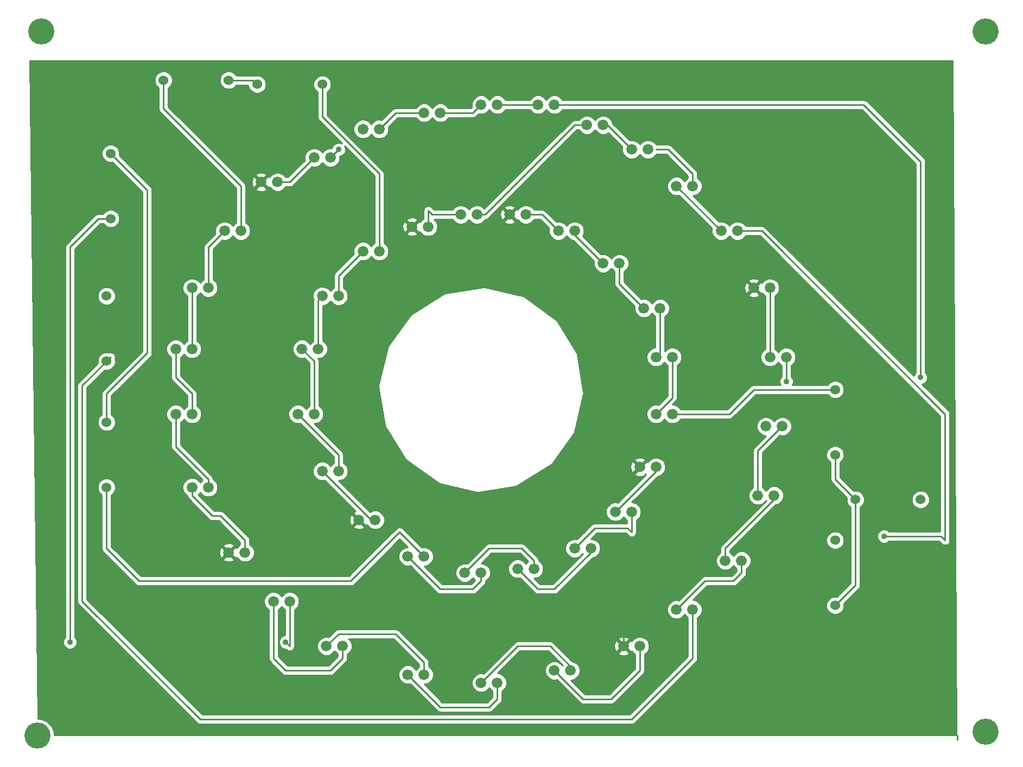
<source format=gtl>
G04 (created by PCBNEW (2013-07-07 BZR 4022)-stable) date 4/17/2015 12:52:46 AM*
%MOIN*%
G04 Gerber Fmt 3.4, Leading zero omitted, Abs format*
%FSLAX34Y34*%
G01*
G70*
G90*
G04 APERTURE LIST*
%ADD10C,0.00590551*%
%ADD11C,0.16*%
%ADD12C,0.06*%
%ADD13C,0.066*%
%ADD14C,0.035*%
%ADD15C,0.01*%
G04 APERTURE END LIST*
G54D10*
G54D11*
X53250Y-87500D03*
G54D12*
X107500Y-73000D03*
X103500Y-73000D03*
X61000Y-47250D03*
X65000Y-47250D03*
X57750Y-55750D03*
X57750Y-51750D03*
X57500Y-64500D03*
X57500Y-60500D03*
X102250Y-75500D03*
X102250Y-79500D03*
X70750Y-47500D03*
X66750Y-47500D03*
X57500Y-72250D03*
X57500Y-68250D03*
X102250Y-66250D03*
X102250Y-70250D03*
G54D13*
X92500Y-79750D03*
X93500Y-79750D03*
X61750Y-67750D03*
X62750Y-67750D03*
X80500Y-84250D03*
X81500Y-84250D03*
X70250Y-52000D03*
X71250Y-52000D03*
X62750Y-72250D03*
X63750Y-72250D03*
X85000Y-83500D03*
X86000Y-83500D03*
X67000Y-53500D03*
X68000Y-53500D03*
X65000Y-76250D03*
X66000Y-76250D03*
X89250Y-82000D03*
X90250Y-82000D03*
X80500Y-48750D03*
X81500Y-48750D03*
X73250Y-50250D03*
X74250Y-50250D03*
X76000Y-83750D03*
X77000Y-83750D03*
X61750Y-63750D03*
X62750Y-63750D03*
X77000Y-49250D03*
X78000Y-49250D03*
X95500Y-76750D03*
X96500Y-76750D03*
X62750Y-60000D03*
X63750Y-60000D03*
X71000Y-82000D03*
X72000Y-82000D03*
X67750Y-79250D03*
X68750Y-79250D03*
X64750Y-56500D03*
X65750Y-56500D03*
X84000Y-48750D03*
X85000Y-48750D03*
X69250Y-67750D03*
X70250Y-67750D03*
X85250Y-56500D03*
X86250Y-56500D03*
X88000Y-58500D03*
X89000Y-58500D03*
X90500Y-61250D03*
X91500Y-61250D03*
X91250Y-64250D03*
X92250Y-64250D03*
X91250Y-67750D03*
X92250Y-67750D03*
X90250Y-71000D03*
X91250Y-71000D03*
X88750Y-73750D03*
X89750Y-73750D03*
X86250Y-76000D03*
X87250Y-76000D03*
X82750Y-77250D03*
X83750Y-77250D03*
X79500Y-77500D03*
X80500Y-77500D03*
X76000Y-76500D03*
X77000Y-76500D03*
X73000Y-74250D03*
X74000Y-74250D03*
X70750Y-71250D03*
X71750Y-71250D03*
X82250Y-55500D03*
X83250Y-55500D03*
X69500Y-63750D03*
X70500Y-63750D03*
X70750Y-60500D03*
X71750Y-60500D03*
X73250Y-57750D03*
X74250Y-57750D03*
X76250Y-56250D03*
X77250Y-56250D03*
X79250Y-55500D03*
X80250Y-55500D03*
X87000Y-50000D03*
X88000Y-50000D03*
X89750Y-51500D03*
X90750Y-51500D03*
X95250Y-56500D03*
X96250Y-56500D03*
X93500Y-53750D03*
X92500Y-53750D03*
X97250Y-60000D03*
X98250Y-60000D03*
X98000Y-68500D03*
X99000Y-68500D03*
X98250Y-64250D03*
X99250Y-64250D03*
X97500Y-72750D03*
X98500Y-72750D03*
G54D11*
X111500Y-87250D03*
X111500Y-44250D03*
X53500Y-44250D03*
G54D14*
X105250Y-75250D03*
X55250Y-81750D03*
X68500Y-81750D03*
X107500Y-65500D03*
X99250Y-65750D03*
X99000Y-68500D03*
X71750Y-51500D03*
X74250Y-50250D03*
X85250Y-74000D03*
X93000Y-74000D03*
X71500Y-73500D03*
X69250Y-73500D03*
G54D15*
X57500Y-68250D02*
X57500Y-66500D01*
X60000Y-54000D02*
X57750Y-51750D01*
X60000Y-64000D02*
X60000Y-54000D01*
X57500Y-66500D02*
X60000Y-64000D01*
X65000Y-47250D02*
X66500Y-47250D01*
X66500Y-47250D02*
X66750Y-47500D01*
X102250Y-79500D02*
X103500Y-78250D01*
X103500Y-78250D02*
X103500Y-73000D01*
X102250Y-70250D02*
X102250Y-71750D01*
X102250Y-71750D02*
X103500Y-73000D01*
X98250Y-60000D02*
X98250Y-64250D01*
X89000Y-58500D02*
X89000Y-59750D01*
X89000Y-59750D02*
X90500Y-61250D01*
X91500Y-61250D02*
X91500Y-64000D01*
X91500Y-64000D02*
X91250Y-64250D01*
X92250Y-66750D02*
X91250Y-67750D01*
X92250Y-64250D02*
X92250Y-66750D01*
X89750Y-73750D02*
X89750Y-75000D01*
X87500Y-74750D02*
X86250Y-76000D01*
X89500Y-74750D02*
X87500Y-74750D01*
X89750Y-75000D02*
X89500Y-74750D01*
X87250Y-76000D02*
X87250Y-76250D01*
X84000Y-78500D02*
X82750Y-77250D01*
X85000Y-78500D02*
X84000Y-78500D01*
X87250Y-76250D02*
X85000Y-78500D01*
X83750Y-77250D02*
X83750Y-76750D01*
X81000Y-76000D02*
X79500Y-77500D01*
X83000Y-76000D02*
X81000Y-76000D01*
X83750Y-76750D02*
X83000Y-76000D01*
X78000Y-78500D02*
X76000Y-76500D01*
X80000Y-78500D02*
X78000Y-78500D01*
X80500Y-78000D02*
X80000Y-78500D01*
X80500Y-77500D02*
X80500Y-78000D01*
X74250Y-57750D02*
X74250Y-53000D01*
X70750Y-49500D02*
X70750Y-47500D01*
X74250Y-53000D02*
X70750Y-49500D01*
X96250Y-56500D02*
X97750Y-56500D01*
X108750Y-75250D02*
X105250Y-75250D01*
X109000Y-75500D02*
X108750Y-75250D01*
X109000Y-67750D02*
X109000Y-75500D01*
X97750Y-56500D02*
X109000Y-67750D01*
X93500Y-79750D02*
X93500Y-82750D01*
X56000Y-66000D02*
X57750Y-64250D01*
X56000Y-79250D02*
X56000Y-66000D01*
X63250Y-86500D02*
X56000Y-79250D01*
X89750Y-86500D02*
X63250Y-86500D01*
X93500Y-82750D02*
X89750Y-86500D01*
X83250Y-55500D02*
X84250Y-55500D01*
X84250Y-55500D02*
X85250Y-56500D01*
X68750Y-79250D02*
X68750Y-82000D01*
X57000Y-55750D02*
X57750Y-55750D01*
X55250Y-57500D02*
X57000Y-55750D01*
X55250Y-81750D02*
X55250Y-57500D01*
X68750Y-82000D02*
X68500Y-81750D01*
X65750Y-56500D02*
X65750Y-53750D01*
X61000Y-49000D02*
X61000Y-47250D01*
X65750Y-53750D02*
X61000Y-49000D01*
X85000Y-48750D02*
X104000Y-48750D01*
X107500Y-52250D02*
X107500Y-65500D01*
X104000Y-48750D02*
X107500Y-52250D01*
X71750Y-71250D02*
X71750Y-70250D01*
X71750Y-70250D02*
X69250Y-67750D01*
X57500Y-72250D02*
X57500Y-76000D01*
X75500Y-75000D02*
X77000Y-76500D01*
X72500Y-78000D02*
X75500Y-75000D01*
X59500Y-78000D02*
X72500Y-78000D01*
X57500Y-76000D02*
X59500Y-78000D01*
X92250Y-67750D02*
X95750Y-67750D01*
X97250Y-66250D02*
X102250Y-66250D01*
X95750Y-67750D02*
X97250Y-66250D01*
X86000Y-83500D02*
X86000Y-83250D01*
X82750Y-82000D02*
X80500Y-84250D01*
X84750Y-82000D02*
X82750Y-82000D01*
X86000Y-83250D02*
X84750Y-82000D01*
X70250Y-67750D02*
X70250Y-64500D01*
X70250Y-64500D02*
X69500Y-63750D01*
X91250Y-71000D02*
X91250Y-71250D01*
X91250Y-71250D02*
X88750Y-73750D01*
X70500Y-63750D02*
X70500Y-60750D01*
X70500Y-60750D02*
X70750Y-60500D01*
X71750Y-60500D02*
X71750Y-59250D01*
X71750Y-59250D02*
X73250Y-57750D01*
X80250Y-55500D02*
X80750Y-55500D01*
X86250Y-50000D02*
X87000Y-50000D01*
X80750Y-55500D02*
X86250Y-50000D01*
X88000Y-50000D02*
X88250Y-50000D01*
X88250Y-50000D02*
X89750Y-51500D01*
X93500Y-53750D02*
X93500Y-53000D01*
X92000Y-51500D02*
X91250Y-51500D01*
X93500Y-53000D02*
X92000Y-51500D01*
X92500Y-53750D02*
X95250Y-56500D01*
X99250Y-64250D02*
X99250Y-65750D01*
X99000Y-68500D02*
X97500Y-70000D01*
X97500Y-70000D02*
X97500Y-72750D01*
X98500Y-72750D02*
X98500Y-73000D01*
X95500Y-76000D02*
X95500Y-76750D01*
X98500Y-73000D02*
X95500Y-76000D01*
X96500Y-76750D02*
X96500Y-77500D01*
X94250Y-78000D02*
X92500Y-79750D01*
X96000Y-78000D02*
X94250Y-78000D01*
X96500Y-77500D02*
X96000Y-78000D01*
X74000Y-74250D02*
X73750Y-74250D01*
X73750Y-74250D02*
X70750Y-71250D01*
X81500Y-84250D02*
X81500Y-85250D01*
X78000Y-85750D02*
X76000Y-83750D01*
X81000Y-85750D02*
X78000Y-85750D01*
X81500Y-85250D02*
X81000Y-85750D01*
X77000Y-83750D02*
X77000Y-83000D01*
X71750Y-81250D02*
X71000Y-82000D01*
X75250Y-81250D02*
X71750Y-81250D01*
X77000Y-83000D02*
X75250Y-81250D01*
X63750Y-72250D02*
X63750Y-71750D01*
X61750Y-69750D02*
X61750Y-67750D01*
X63750Y-71750D02*
X61750Y-69750D01*
X62750Y-67750D02*
X62750Y-66500D01*
X61750Y-65500D02*
X61750Y-63750D01*
X62750Y-66500D02*
X61750Y-65500D01*
X71250Y-52000D02*
X71750Y-51500D01*
X74250Y-50250D02*
X75250Y-49250D01*
X75250Y-49250D02*
X77000Y-49250D01*
X78000Y-49250D02*
X80000Y-49250D01*
X80000Y-49250D02*
X80500Y-48750D01*
X62750Y-63750D02*
X62750Y-60000D01*
X72000Y-82000D02*
X72000Y-82750D01*
X67750Y-82750D02*
X67750Y-79250D01*
X68500Y-83500D02*
X67750Y-82750D01*
X71250Y-83500D02*
X68500Y-83500D01*
X72000Y-82750D02*
X71250Y-83500D01*
X63750Y-60000D02*
X63750Y-57500D01*
X63750Y-57500D02*
X64750Y-56500D01*
X77250Y-56250D02*
X77250Y-55250D01*
X77500Y-55500D02*
X79250Y-55500D01*
X77250Y-55250D02*
X77500Y-55500D01*
X81500Y-48750D02*
X84000Y-48750D01*
X90250Y-82000D02*
X90250Y-83500D01*
X86750Y-85250D02*
X85000Y-83500D01*
X88500Y-85250D02*
X86750Y-85250D01*
X90250Y-83500D02*
X88500Y-85250D01*
X66000Y-76250D02*
X66000Y-75500D01*
X62750Y-72750D02*
X62750Y-72250D01*
X64000Y-74000D02*
X62750Y-72750D01*
X64500Y-74000D02*
X64000Y-74000D01*
X66000Y-75500D02*
X64500Y-74000D01*
X68000Y-53500D02*
X68750Y-53500D01*
X68750Y-53500D02*
X70250Y-52000D01*
X86250Y-56500D02*
X86250Y-56750D01*
X86250Y-56750D02*
X88000Y-58500D01*
X89500Y-70250D02*
X90250Y-71000D01*
X85750Y-70250D02*
X89500Y-70250D01*
X85250Y-70750D02*
X85750Y-70250D01*
X85250Y-74000D02*
X85250Y-70750D01*
X89250Y-82000D02*
X89250Y-80500D01*
X93000Y-76750D02*
X93000Y-74000D01*
X89250Y-80500D02*
X93000Y-76750D01*
X69250Y-73500D02*
X71500Y-73500D01*
G54D10*
G36*
X109698Y-87450D02*
X109300Y-87450D01*
X109300Y-75500D01*
X109300Y-67750D01*
X109277Y-67635D01*
X109212Y-67537D01*
X109212Y-67537D01*
X107594Y-65920D01*
X107740Y-65860D01*
X107860Y-65741D01*
X107924Y-65584D01*
X107925Y-65415D01*
X107860Y-65259D01*
X107800Y-65198D01*
X107800Y-52250D01*
X107777Y-52135D01*
X107712Y-52037D01*
X107712Y-52037D01*
X104212Y-48537D01*
X104114Y-48472D01*
X104000Y-48450D01*
X85503Y-48450D01*
X85491Y-48421D01*
X85328Y-48258D01*
X85115Y-48170D01*
X84885Y-48169D01*
X84671Y-48258D01*
X84508Y-48421D01*
X84500Y-48441D01*
X84491Y-48421D01*
X84328Y-48258D01*
X84115Y-48170D01*
X83885Y-48169D01*
X83671Y-48258D01*
X83508Y-48421D01*
X83496Y-48450D01*
X82003Y-48450D01*
X81991Y-48421D01*
X81828Y-48258D01*
X81615Y-48170D01*
X81385Y-48169D01*
X81171Y-48258D01*
X81008Y-48421D01*
X81000Y-48441D01*
X80991Y-48421D01*
X80828Y-48258D01*
X80615Y-48170D01*
X80385Y-48169D01*
X80171Y-48258D01*
X80008Y-48421D01*
X79920Y-48634D01*
X79919Y-48864D01*
X79931Y-48893D01*
X79875Y-48950D01*
X78503Y-48950D01*
X78491Y-48921D01*
X78328Y-48758D01*
X78115Y-48670D01*
X77885Y-48669D01*
X77671Y-48758D01*
X77508Y-48921D01*
X77500Y-48941D01*
X77491Y-48921D01*
X77328Y-48758D01*
X77115Y-48670D01*
X76885Y-48669D01*
X76671Y-48758D01*
X76508Y-48921D01*
X76496Y-48950D01*
X75250Y-48950D01*
X75135Y-48972D01*
X75037Y-49037D01*
X74393Y-49681D01*
X74365Y-49670D01*
X74135Y-49669D01*
X73921Y-49758D01*
X73758Y-49921D01*
X73750Y-49941D01*
X73741Y-49921D01*
X73578Y-49758D01*
X73365Y-49670D01*
X73135Y-49669D01*
X72921Y-49758D01*
X72758Y-49921D01*
X72670Y-50134D01*
X72669Y-50364D01*
X72758Y-50578D01*
X72921Y-50741D01*
X73134Y-50829D01*
X73364Y-50830D01*
X73578Y-50741D01*
X73741Y-50578D01*
X73749Y-50558D01*
X73758Y-50578D01*
X73921Y-50741D01*
X74134Y-50829D01*
X74364Y-50830D01*
X74578Y-50741D01*
X74741Y-50578D01*
X74829Y-50365D01*
X74830Y-50135D01*
X74818Y-50106D01*
X75374Y-49550D01*
X76496Y-49550D01*
X76508Y-49578D01*
X76671Y-49741D01*
X76884Y-49829D01*
X77114Y-49830D01*
X77328Y-49741D01*
X77491Y-49578D01*
X77499Y-49558D01*
X77508Y-49578D01*
X77671Y-49741D01*
X77884Y-49829D01*
X78114Y-49830D01*
X78328Y-49741D01*
X78491Y-49578D01*
X78503Y-49550D01*
X80000Y-49550D01*
X80000Y-49549D01*
X80114Y-49527D01*
X80114Y-49527D01*
X80212Y-49462D01*
X80356Y-49318D01*
X80384Y-49329D01*
X80614Y-49330D01*
X80828Y-49241D01*
X80991Y-49078D01*
X80999Y-49058D01*
X81008Y-49078D01*
X81171Y-49241D01*
X81384Y-49329D01*
X81614Y-49330D01*
X81828Y-49241D01*
X81991Y-49078D01*
X82003Y-49050D01*
X83496Y-49050D01*
X83508Y-49078D01*
X83671Y-49241D01*
X83884Y-49329D01*
X84114Y-49330D01*
X84328Y-49241D01*
X84491Y-49078D01*
X84499Y-49058D01*
X84508Y-49078D01*
X84671Y-49241D01*
X84884Y-49329D01*
X85114Y-49330D01*
X85328Y-49241D01*
X85491Y-49078D01*
X85503Y-49050D01*
X103875Y-49050D01*
X107200Y-52374D01*
X107200Y-65198D01*
X107139Y-65258D01*
X107079Y-65404D01*
X97962Y-56287D01*
X97864Y-56222D01*
X97750Y-56200D01*
X96753Y-56200D01*
X96741Y-56171D01*
X96578Y-56008D01*
X96365Y-55920D01*
X96135Y-55919D01*
X95921Y-56008D01*
X95758Y-56171D01*
X95750Y-56191D01*
X95741Y-56171D01*
X95578Y-56008D01*
X95365Y-55920D01*
X95135Y-55919D01*
X95106Y-55931D01*
X93504Y-54330D01*
X93614Y-54330D01*
X93828Y-54241D01*
X93991Y-54078D01*
X94079Y-53865D01*
X94080Y-53635D01*
X93991Y-53421D01*
X93828Y-53258D01*
X93800Y-53246D01*
X93800Y-53000D01*
X93777Y-52885D01*
X93712Y-52787D01*
X93712Y-52787D01*
X92212Y-51287D01*
X92114Y-51222D01*
X92000Y-51200D01*
X91253Y-51200D01*
X91241Y-51171D01*
X91078Y-51008D01*
X90865Y-50920D01*
X90635Y-50919D01*
X90421Y-51008D01*
X90258Y-51171D01*
X90250Y-51191D01*
X90241Y-51171D01*
X90078Y-51008D01*
X89865Y-50920D01*
X89635Y-50919D01*
X89606Y-50931D01*
X88580Y-49905D01*
X88580Y-49885D01*
X88491Y-49671D01*
X88328Y-49508D01*
X88115Y-49420D01*
X87885Y-49419D01*
X87671Y-49508D01*
X87508Y-49671D01*
X87500Y-49691D01*
X87491Y-49671D01*
X87328Y-49508D01*
X87115Y-49420D01*
X86885Y-49419D01*
X86671Y-49508D01*
X86508Y-49671D01*
X86496Y-49700D01*
X86250Y-49700D01*
X86135Y-49722D01*
X86037Y-49787D01*
X80697Y-55127D01*
X80578Y-55008D01*
X80365Y-54920D01*
X80135Y-54919D01*
X79921Y-55008D01*
X79758Y-55171D01*
X79750Y-55191D01*
X79741Y-55171D01*
X79578Y-55008D01*
X79365Y-54920D01*
X79135Y-54919D01*
X78921Y-55008D01*
X78758Y-55171D01*
X78746Y-55200D01*
X77624Y-55200D01*
X77462Y-55037D01*
X77364Y-54972D01*
X77250Y-54950D01*
X77135Y-54972D01*
X77037Y-55037D01*
X76972Y-55135D01*
X76950Y-55250D01*
X76950Y-55746D01*
X76921Y-55758D01*
X76758Y-55921D01*
X76749Y-55942D01*
X76657Y-55913D01*
X76586Y-55983D01*
X76586Y-55842D01*
X76555Y-55743D01*
X76338Y-55665D01*
X76108Y-55675D01*
X75944Y-55743D01*
X75913Y-55842D01*
X76250Y-56179D01*
X76586Y-55842D01*
X76586Y-55983D01*
X76320Y-56250D01*
X76657Y-56586D01*
X76749Y-56557D01*
X76758Y-56578D01*
X76921Y-56741D01*
X77134Y-56829D01*
X77364Y-56830D01*
X77578Y-56741D01*
X77741Y-56578D01*
X77829Y-56365D01*
X77830Y-56135D01*
X77741Y-55921D01*
X77620Y-55800D01*
X78746Y-55800D01*
X78758Y-55828D01*
X78921Y-55991D01*
X79134Y-56079D01*
X79364Y-56080D01*
X79578Y-55991D01*
X79741Y-55828D01*
X79749Y-55808D01*
X79758Y-55828D01*
X79921Y-55991D01*
X80134Y-56079D01*
X80364Y-56080D01*
X80578Y-55991D01*
X80741Y-55828D01*
X80753Y-55799D01*
X80864Y-55777D01*
X80864Y-55777D01*
X80962Y-55712D01*
X86374Y-50300D01*
X86496Y-50300D01*
X86508Y-50328D01*
X86671Y-50491D01*
X86884Y-50579D01*
X87114Y-50580D01*
X87328Y-50491D01*
X87491Y-50328D01*
X87499Y-50308D01*
X87508Y-50328D01*
X87671Y-50491D01*
X87884Y-50579D01*
X88114Y-50580D01*
X88320Y-50495D01*
X89181Y-51356D01*
X89170Y-51384D01*
X89169Y-51614D01*
X89258Y-51828D01*
X89421Y-51991D01*
X89634Y-52079D01*
X89864Y-52080D01*
X90078Y-51991D01*
X90241Y-51828D01*
X90249Y-51808D01*
X90258Y-51828D01*
X90421Y-51991D01*
X90634Y-52079D01*
X90864Y-52080D01*
X91078Y-51991D01*
X91241Y-51828D01*
X91253Y-51800D01*
X91875Y-51800D01*
X93200Y-53124D01*
X93200Y-53246D01*
X93171Y-53258D01*
X93008Y-53421D01*
X93000Y-53441D01*
X92991Y-53421D01*
X92828Y-53258D01*
X92615Y-53170D01*
X92385Y-53169D01*
X92171Y-53258D01*
X92008Y-53421D01*
X91920Y-53634D01*
X91919Y-53864D01*
X92008Y-54078D01*
X92171Y-54241D01*
X92384Y-54329D01*
X92614Y-54330D01*
X92643Y-54318D01*
X94681Y-56356D01*
X94670Y-56384D01*
X94669Y-56614D01*
X94758Y-56828D01*
X94921Y-56991D01*
X95134Y-57079D01*
X95364Y-57080D01*
X95578Y-56991D01*
X95741Y-56828D01*
X95749Y-56808D01*
X95758Y-56828D01*
X95921Y-56991D01*
X96134Y-57079D01*
X96364Y-57080D01*
X96578Y-56991D01*
X96741Y-56828D01*
X96753Y-56800D01*
X97625Y-56800D01*
X108700Y-67874D01*
X108700Y-74950D01*
X108050Y-74950D01*
X108050Y-72891D01*
X107966Y-72688D01*
X107811Y-72534D01*
X107609Y-72450D01*
X107391Y-72449D01*
X107188Y-72533D01*
X107034Y-72688D01*
X106950Y-72890D01*
X106949Y-73108D01*
X107033Y-73311D01*
X107188Y-73465D01*
X107390Y-73549D01*
X107608Y-73550D01*
X107811Y-73466D01*
X107965Y-73311D01*
X108049Y-73109D01*
X108050Y-72891D01*
X108050Y-74950D01*
X105551Y-74950D01*
X105491Y-74889D01*
X105334Y-74825D01*
X105165Y-74824D01*
X105009Y-74889D01*
X104889Y-75008D01*
X104825Y-75165D01*
X104824Y-75334D01*
X104889Y-75490D01*
X105008Y-75610D01*
X105165Y-75674D01*
X105334Y-75675D01*
X105490Y-75610D01*
X105551Y-75550D01*
X108625Y-75550D01*
X108787Y-75712D01*
X108787Y-75712D01*
X108885Y-75777D01*
X109000Y-75800D01*
X109000Y-75799D01*
X109114Y-75777D01*
X109114Y-75777D01*
X109212Y-75712D01*
X109277Y-75614D01*
X109277Y-75614D01*
X109299Y-75500D01*
X109300Y-75500D01*
X109300Y-87450D01*
X104050Y-87450D01*
X104050Y-72891D01*
X103966Y-72688D01*
X103811Y-72534D01*
X103609Y-72450D01*
X103391Y-72449D01*
X103379Y-72454D01*
X102550Y-71625D01*
X102550Y-70721D01*
X102561Y-70716D01*
X102715Y-70561D01*
X102799Y-70359D01*
X102800Y-70141D01*
X102800Y-66141D01*
X102716Y-65938D01*
X102561Y-65784D01*
X102359Y-65700D01*
X102141Y-65699D01*
X101938Y-65783D01*
X101784Y-65938D01*
X101779Y-65950D01*
X99627Y-65950D01*
X99674Y-65834D01*
X99675Y-65665D01*
X99610Y-65509D01*
X99550Y-65448D01*
X99550Y-64753D01*
X99578Y-64741D01*
X99741Y-64578D01*
X99829Y-64365D01*
X99830Y-64135D01*
X99741Y-63921D01*
X99578Y-63758D01*
X99365Y-63670D01*
X99135Y-63669D01*
X98921Y-63758D01*
X98758Y-63921D01*
X98750Y-63941D01*
X98741Y-63921D01*
X98578Y-63758D01*
X98550Y-63746D01*
X98550Y-60503D01*
X98578Y-60491D01*
X98741Y-60328D01*
X98829Y-60115D01*
X98830Y-59885D01*
X98741Y-59671D01*
X98578Y-59508D01*
X98365Y-59420D01*
X98135Y-59419D01*
X97921Y-59508D01*
X97758Y-59671D01*
X97749Y-59692D01*
X97657Y-59663D01*
X97586Y-59733D01*
X97586Y-59592D01*
X97555Y-59493D01*
X97338Y-59415D01*
X97108Y-59425D01*
X96944Y-59493D01*
X96913Y-59592D01*
X97250Y-59929D01*
X97586Y-59592D01*
X97586Y-59733D01*
X97320Y-60000D01*
X97657Y-60336D01*
X97749Y-60307D01*
X97758Y-60328D01*
X97921Y-60491D01*
X97950Y-60503D01*
X97950Y-63746D01*
X97921Y-63758D01*
X97758Y-63921D01*
X97670Y-64134D01*
X97669Y-64364D01*
X97758Y-64578D01*
X97921Y-64741D01*
X98134Y-64829D01*
X98364Y-64830D01*
X98578Y-64741D01*
X98741Y-64578D01*
X98749Y-64558D01*
X98758Y-64578D01*
X98921Y-64741D01*
X98950Y-64753D01*
X98950Y-65448D01*
X98889Y-65508D01*
X98825Y-65665D01*
X98824Y-65834D01*
X98872Y-65950D01*
X97586Y-65950D01*
X97586Y-60407D01*
X97250Y-60070D01*
X97179Y-60141D01*
X97179Y-60000D01*
X96842Y-59663D01*
X96743Y-59694D01*
X96665Y-59911D01*
X96675Y-60141D01*
X96743Y-60305D01*
X96842Y-60336D01*
X97179Y-60000D01*
X97179Y-60141D01*
X96913Y-60407D01*
X96944Y-60506D01*
X97161Y-60584D01*
X97391Y-60574D01*
X97555Y-60506D01*
X97586Y-60407D01*
X97586Y-65950D01*
X97250Y-65950D01*
X97135Y-65972D01*
X97037Y-66037D01*
X95625Y-67450D01*
X92753Y-67450D01*
X92741Y-67421D01*
X92578Y-67258D01*
X92365Y-67170D01*
X92254Y-67170D01*
X92462Y-66962D01*
X92462Y-66962D01*
X92527Y-66864D01*
X92549Y-66750D01*
X92550Y-66750D01*
X92550Y-64753D01*
X92578Y-64741D01*
X92741Y-64578D01*
X92829Y-64365D01*
X92830Y-64135D01*
X92741Y-63921D01*
X92578Y-63758D01*
X92365Y-63670D01*
X92135Y-63669D01*
X91921Y-63758D01*
X91800Y-63879D01*
X91800Y-61753D01*
X91828Y-61741D01*
X91991Y-61578D01*
X92079Y-61365D01*
X92080Y-61135D01*
X91991Y-60921D01*
X91828Y-60758D01*
X91615Y-60670D01*
X91385Y-60669D01*
X91171Y-60758D01*
X91008Y-60921D01*
X91000Y-60941D01*
X90991Y-60921D01*
X90828Y-60758D01*
X90615Y-60670D01*
X90385Y-60669D01*
X90356Y-60681D01*
X89300Y-59625D01*
X89300Y-59003D01*
X89328Y-58991D01*
X89491Y-58828D01*
X89579Y-58615D01*
X89580Y-58385D01*
X89491Y-58171D01*
X89328Y-58008D01*
X89115Y-57920D01*
X88885Y-57919D01*
X88671Y-58008D01*
X88508Y-58171D01*
X88500Y-58191D01*
X88491Y-58171D01*
X88328Y-58008D01*
X88115Y-57920D01*
X87885Y-57919D01*
X87856Y-57931D01*
X86744Y-56820D01*
X86829Y-56615D01*
X86830Y-56385D01*
X86741Y-56171D01*
X86578Y-56008D01*
X86365Y-55920D01*
X86135Y-55919D01*
X85921Y-56008D01*
X85758Y-56171D01*
X85750Y-56191D01*
X85741Y-56171D01*
X85578Y-56008D01*
X85365Y-55920D01*
X85135Y-55919D01*
X85106Y-55931D01*
X84462Y-55287D01*
X84364Y-55222D01*
X84250Y-55200D01*
X83753Y-55200D01*
X83741Y-55171D01*
X83578Y-55008D01*
X83365Y-54920D01*
X83135Y-54919D01*
X82921Y-55008D01*
X82758Y-55171D01*
X82749Y-55192D01*
X82657Y-55163D01*
X82586Y-55233D01*
X82586Y-55092D01*
X82555Y-54993D01*
X82338Y-54915D01*
X82108Y-54925D01*
X81944Y-54993D01*
X81913Y-55092D01*
X82250Y-55429D01*
X82586Y-55092D01*
X82586Y-55233D01*
X82320Y-55500D01*
X82657Y-55836D01*
X82749Y-55807D01*
X82758Y-55828D01*
X82921Y-55991D01*
X83134Y-56079D01*
X83364Y-56080D01*
X83578Y-55991D01*
X83741Y-55828D01*
X83753Y-55800D01*
X84125Y-55800D01*
X84681Y-56356D01*
X84670Y-56384D01*
X84669Y-56614D01*
X84758Y-56828D01*
X84921Y-56991D01*
X85134Y-57079D01*
X85364Y-57080D01*
X85578Y-56991D01*
X85741Y-56828D01*
X85749Y-56808D01*
X85758Y-56828D01*
X85921Y-56991D01*
X86134Y-57079D01*
X86155Y-57079D01*
X87431Y-58356D01*
X87420Y-58384D01*
X87419Y-58614D01*
X87508Y-58828D01*
X87671Y-58991D01*
X87884Y-59079D01*
X88114Y-59080D01*
X88328Y-58991D01*
X88491Y-58828D01*
X88499Y-58808D01*
X88508Y-58828D01*
X88671Y-58991D01*
X88700Y-59003D01*
X88700Y-59750D01*
X88722Y-59864D01*
X88787Y-59962D01*
X89931Y-61106D01*
X89920Y-61134D01*
X89919Y-61364D01*
X90008Y-61578D01*
X90171Y-61741D01*
X90384Y-61829D01*
X90614Y-61830D01*
X90828Y-61741D01*
X90991Y-61578D01*
X90999Y-61558D01*
X91008Y-61578D01*
X91171Y-61741D01*
X91200Y-61753D01*
X91200Y-63669D01*
X91135Y-63669D01*
X90921Y-63758D01*
X90758Y-63921D01*
X90670Y-64134D01*
X90669Y-64364D01*
X90758Y-64578D01*
X90921Y-64741D01*
X91134Y-64829D01*
X91364Y-64830D01*
X91578Y-64741D01*
X91741Y-64578D01*
X91749Y-64558D01*
X91758Y-64578D01*
X91921Y-64741D01*
X91950Y-64753D01*
X91950Y-66625D01*
X91393Y-67181D01*
X91365Y-67170D01*
X91135Y-67169D01*
X90921Y-67258D01*
X90758Y-67421D01*
X90670Y-67634D01*
X90669Y-67864D01*
X90758Y-68078D01*
X90921Y-68241D01*
X91134Y-68329D01*
X91364Y-68330D01*
X91578Y-68241D01*
X91741Y-68078D01*
X91749Y-68058D01*
X91758Y-68078D01*
X91921Y-68241D01*
X92134Y-68329D01*
X92364Y-68330D01*
X92578Y-68241D01*
X92741Y-68078D01*
X92753Y-68050D01*
X95750Y-68050D01*
X95750Y-68049D01*
X95864Y-68027D01*
X95864Y-68027D01*
X95962Y-67962D01*
X97374Y-66550D01*
X101778Y-66550D01*
X101783Y-66561D01*
X101938Y-66715D01*
X102140Y-66799D01*
X102358Y-66800D01*
X102561Y-66716D01*
X102715Y-66561D01*
X102799Y-66359D01*
X102800Y-66141D01*
X102800Y-70141D01*
X102716Y-69938D01*
X102561Y-69784D01*
X102359Y-69700D01*
X102141Y-69699D01*
X101938Y-69783D01*
X101784Y-69938D01*
X101700Y-70140D01*
X101699Y-70358D01*
X101783Y-70561D01*
X101938Y-70715D01*
X101950Y-70720D01*
X101950Y-71750D01*
X101972Y-71864D01*
X102037Y-71962D01*
X102954Y-72878D01*
X102950Y-72890D01*
X102949Y-73108D01*
X103033Y-73311D01*
X103188Y-73465D01*
X103200Y-73470D01*
X103200Y-78125D01*
X102800Y-78525D01*
X102800Y-75391D01*
X102716Y-75188D01*
X102561Y-75034D01*
X102359Y-74950D01*
X102141Y-74949D01*
X101938Y-75033D01*
X101784Y-75188D01*
X101700Y-75390D01*
X101699Y-75608D01*
X101783Y-75811D01*
X101938Y-75965D01*
X102140Y-76049D01*
X102358Y-76050D01*
X102561Y-75966D01*
X102715Y-75811D01*
X102799Y-75609D01*
X102800Y-75391D01*
X102800Y-78525D01*
X102371Y-78954D01*
X102359Y-78950D01*
X102141Y-78949D01*
X101938Y-79033D01*
X101784Y-79188D01*
X101700Y-79390D01*
X101699Y-79608D01*
X101783Y-79811D01*
X101938Y-79965D01*
X102140Y-80049D01*
X102358Y-80050D01*
X102561Y-79966D01*
X102715Y-79811D01*
X102799Y-79609D01*
X102800Y-79391D01*
X102795Y-79379D01*
X103712Y-78462D01*
X103777Y-78364D01*
X103799Y-78250D01*
X103800Y-78250D01*
X103800Y-73471D01*
X103811Y-73466D01*
X103965Y-73311D01*
X104049Y-73109D01*
X104050Y-72891D01*
X104050Y-87450D01*
X99580Y-87450D01*
X99580Y-68385D01*
X99491Y-68171D01*
X99328Y-68008D01*
X99115Y-67920D01*
X98885Y-67919D01*
X98671Y-68008D01*
X98508Y-68171D01*
X98500Y-68191D01*
X98491Y-68171D01*
X98328Y-68008D01*
X98115Y-67920D01*
X97885Y-67919D01*
X97671Y-68008D01*
X97508Y-68171D01*
X97420Y-68384D01*
X97419Y-68614D01*
X97508Y-68828D01*
X97671Y-68991D01*
X97884Y-69079D01*
X97995Y-69079D01*
X97287Y-69787D01*
X97222Y-69885D01*
X97200Y-70000D01*
X97200Y-72246D01*
X97171Y-72258D01*
X97008Y-72421D01*
X96920Y-72634D01*
X96919Y-72864D01*
X97008Y-73078D01*
X97171Y-73241D01*
X97384Y-73329D01*
X97614Y-73330D01*
X97828Y-73241D01*
X97991Y-73078D01*
X97999Y-73058D01*
X98004Y-73070D01*
X95287Y-75787D01*
X95222Y-75885D01*
X95200Y-76000D01*
X95200Y-76246D01*
X95171Y-76258D01*
X95008Y-76421D01*
X94920Y-76634D01*
X94919Y-76864D01*
X95008Y-77078D01*
X95171Y-77241D01*
X95384Y-77329D01*
X95614Y-77330D01*
X95828Y-77241D01*
X95991Y-77078D01*
X95999Y-77058D01*
X96008Y-77078D01*
X96171Y-77241D01*
X96200Y-77253D01*
X96200Y-77375D01*
X95875Y-77700D01*
X94250Y-77700D01*
X94135Y-77722D01*
X94037Y-77787D01*
X92643Y-79181D01*
X92615Y-79170D01*
X92385Y-79169D01*
X92171Y-79258D01*
X92008Y-79421D01*
X91920Y-79634D01*
X91919Y-79864D01*
X92008Y-80078D01*
X92171Y-80241D01*
X92384Y-80329D01*
X92614Y-80330D01*
X92828Y-80241D01*
X92991Y-80078D01*
X92999Y-80058D01*
X93008Y-80078D01*
X93171Y-80241D01*
X93200Y-80253D01*
X93200Y-82625D01*
X91830Y-83995D01*
X91830Y-70885D01*
X91741Y-70671D01*
X91578Y-70508D01*
X91365Y-70420D01*
X91135Y-70419D01*
X90921Y-70508D01*
X90758Y-70671D01*
X90749Y-70692D01*
X90657Y-70663D01*
X90586Y-70733D01*
X90586Y-70592D01*
X90555Y-70493D01*
X90338Y-70415D01*
X90108Y-70425D01*
X89944Y-70493D01*
X89913Y-70592D01*
X90250Y-70929D01*
X90586Y-70592D01*
X90586Y-70733D01*
X90320Y-71000D01*
X90326Y-71005D01*
X90255Y-71076D01*
X90250Y-71070D01*
X90179Y-71141D01*
X90179Y-71000D01*
X89842Y-70663D01*
X89743Y-70694D01*
X89665Y-70911D01*
X89675Y-71141D01*
X89743Y-71305D01*
X89842Y-71336D01*
X90179Y-71000D01*
X90179Y-71141D01*
X89913Y-71407D01*
X89944Y-71506D01*
X90161Y-71584D01*
X90391Y-71574D01*
X90555Y-71506D01*
X90586Y-71407D01*
X90586Y-71407D01*
X90627Y-71448D01*
X90586Y-71488D01*
X88893Y-73181D01*
X88865Y-73170D01*
X88635Y-73169D01*
X88421Y-73258D01*
X88258Y-73421D01*
X88170Y-73634D01*
X88169Y-73864D01*
X88258Y-74078D01*
X88421Y-74241D01*
X88634Y-74329D01*
X88864Y-74330D01*
X89078Y-74241D01*
X89241Y-74078D01*
X89249Y-74058D01*
X89258Y-74078D01*
X89421Y-74241D01*
X89450Y-74253D01*
X89450Y-74450D01*
X87500Y-74450D01*
X87385Y-74472D01*
X87287Y-74537D01*
X86804Y-75021D01*
X86804Y-66411D01*
X86803Y-66409D01*
X86422Y-64085D01*
X86386Y-63986D01*
X86385Y-63985D01*
X85143Y-61983D01*
X85071Y-61906D01*
X85070Y-61905D01*
X83157Y-60530D01*
X83061Y-60487D01*
X83060Y-60487D01*
X82586Y-60376D01*
X82586Y-55907D01*
X82250Y-55570D01*
X82179Y-55641D01*
X82179Y-55500D01*
X81842Y-55163D01*
X81743Y-55194D01*
X81665Y-55411D01*
X81675Y-55641D01*
X81743Y-55805D01*
X81842Y-55836D01*
X82179Y-55500D01*
X82179Y-55641D01*
X81913Y-55907D01*
X81944Y-56006D01*
X82161Y-56084D01*
X82391Y-56074D01*
X82555Y-56006D01*
X82586Y-55907D01*
X82586Y-60376D01*
X80766Y-59949D01*
X80661Y-59945D01*
X80660Y-59946D01*
X78335Y-60327D01*
X78236Y-60363D01*
X78235Y-60364D01*
X76586Y-61387D01*
X76586Y-56657D01*
X76250Y-56320D01*
X76179Y-56391D01*
X76179Y-56250D01*
X75842Y-55913D01*
X75743Y-55944D01*
X75665Y-56161D01*
X75675Y-56391D01*
X75743Y-56555D01*
X75842Y-56586D01*
X76179Y-56250D01*
X76179Y-56391D01*
X75913Y-56657D01*
X75944Y-56756D01*
X76161Y-56834D01*
X76391Y-56824D01*
X76555Y-56756D01*
X76586Y-56657D01*
X76586Y-61387D01*
X76233Y-61606D01*
X76156Y-61678D01*
X76155Y-61679D01*
X74830Y-63524D01*
X74830Y-57635D01*
X74741Y-57421D01*
X74578Y-57258D01*
X74550Y-57246D01*
X74550Y-53000D01*
X74527Y-52885D01*
X74462Y-52787D01*
X74462Y-52787D01*
X71050Y-49375D01*
X71050Y-47971D01*
X71061Y-47966D01*
X71215Y-47811D01*
X71299Y-47609D01*
X71300Y-47391D01*
X71216Y-47188D01*
X71061Y-47034D01*
X70859Y-46950D01*
X70641Y-46949D01*
X70438Y-47033D01*
X70284Y-47188D01*
X70200Y-47390D01*
X70199Y-47608D01*
X70283Y-47811D01*
X70438Y-47965D01*
X70450Y-47970D01*
X70450Y-49500D01*
X70472Y-49614D01*
X70537Y-49712D01*
X71947Y-51121D01*
X71834Y-51075D01*
X71665Y-51074D01*
X71509Y-51139D01*
X71389Y-51258D01*
X71325Y-51415D01*
X71325Y-51420D01*
X71135Y-51419D01*
X70921Y-51508D01*
X70758Y-51671D01*
X70750Y-51691D01*
X70741Y-51671D01*
X70578Y-51508D01*
X70365Y-51420D01*
X70135Y-51419D01*
X69921Y-51508D01*
X69758Y-51671D01*
X69670Y-51884D01*
X69669Y-52114D01*
X69681Y-52143D01*
X68625Y-53200D01*
X68503Y-53200D01*
X68491Y-53171D01*
X68328Y-53008D01*
X68115Y-52920D01*
X67885Y-52919D01*
X67671Y-53008D01*
X67508Y-53171D01*
X67499Y-53192D01*
X67407Y-53163D01*
X67336Y-53233D01*
X67336Y-53092D01*
X67305Y-52993D01*
X67300Y-52991D01*
X67300Y-47391D01*
X67216Y-47188D01*
X67061Y-47034D01*
X66859Y-46950D01*
X66641Y-46949D01*
X66595Y-46968D01*
X66500Y-46950D01*
X65471Y-46950D01*
X65466Y-46938D01*
X65311Y-46784D01*
X65109Y-46700D01*
X64891Y-46699D01*
X64688Y-46783D01*
X64534Y-46938D01*
X64450Y-47140D01*
X64449Y-47358D01*
X64533Y-47561D01*
X64688Y-47715D01*
X64890Y-47799D01*
X65108Y-47800D01*
X65311Y-47716D01*
X65465Y-47561D01*
X65470Y-47550D01*
X66199Y-47550D01*
X66199Y-47608D01*
X66283Y-47811D01*
X66438Y-47965D01*
X66640Y-48049D01*
X66858Y-48050D01*
X67061Y-47966D01*
X67215Y-47811D01*
X67299Y-47609D01*
X67300Y-47391D01*
X67300Y-52991D01*
X67088Y-52915D01*
X66858Y-52925D01*
X66694Y-52993D01*
X66663Y-53092D01*
X67000Y-53429D01*
X67336Y-53092D01*
X67336Y-53233D01*
X67070Y-53500D01*
X67407Y-53836D01*
X67499Y-53807D01*
X67508Y-53828D01*
X67671Y-53991D01*
X67884Y-54079D01*
X68114Y-54080D01*
X68328Y-53991D01*
X68491Y-53828D01*
X68503Y-53800D01*
X68750Y-53800D01*
X68750Y-53799D01*
X68864Y-53777D01*
X68864Y-53777D01*
X68962Y-53712D01*
X70106Y-52568D01*
X70134Y-52579D01*
X70364Y-52580D01*
X70578Y-52491D01*
X70741Y-52328D01*
X70749Y-52308D01*
X70758Y-52328D01*
X70921Y-52491D01*
X71134Y-52579D01*
X71364Y-52580D01*
X71578Y-52491D01*
X71741Y-52328D01*
X71829Y-52115D01*
X71830Y-51925D01*
X71834Y-51925D01*
X71990Y-51860D01*
X72110Y-51741D01*
X72174Y-51584D01*
X72175Y-51415D01*
X72128Y-51302D01*
X73950Y-53124D01*
X73950Y-57246D01*
X73921Y-57258D01*
X73758Y-57421D01*
X73750Y-57441D01*
X73741Y-57421D01*
X73578Y-57258D01*
X73365Y-57170D01*
X73135Y-57169D01*
X72921Y-57258D01*
X72758Y-57421D01*
X72670Y-57634D01*
X72669Y-57864D01*
X72681Y-57893D01*
X71537Y-59037D01*
X71472Y-59135D01*
X71450Y-59250D01*
X71450Y-59996D01*
X71421Y-60008D01*
X71258Y-60171D01*
X71250Y-60191D01*
X71241Y-60171D01*
X71078Y-60008D01*
X70865Y-59920D01*
X70635Y-59919D01*
X70421Y-60008D01*
X70258Y-60171D01*
X70170Y-60384D01*
X70169Y-60614D01*
X70208Y-60707D01*
X70200Y-60750D01*
X70200Y-63246D01*
X70171Y-63258D01*
X70008Y-63421D01*
X70000Y-63441D01*
X69991Y-63421D01*
X69828Y-63258D01*
X69615Y-63170D01*
X69385Y-63169D01*
X69171Y-63258D01*
X69008Y-63421D01*
X68920Y-63634D01*
X68919Y-63864D01*
X69008Y-64078D01*
X69171Y-64241D01*
X69384Y-64329D01*
X69614Y-64330D01*
X69643Y-64318D01*
X69950Y-64624D01*
X69950Y-67246D01*
X69921Y-67258D01*
X69758Y-67421D01*
X69750Y-67441D01*
X69741Y-67421D01*
X69578Y-67258D01*
X69365Y-67170D01*
X69135Y-67169D01*
X68921Y-67258D01*
X68758Y-67421D01*
X68670Y-67634D01*
X68669Y-67864D01*
X68758Y-68078D01*
X68921Y-68241D01*
X69134Y-68329D01*
X69364Y-68330D01*
X69393Y-68318D01*
X71450Y-70374D01*
X71450Y-70746D01*
X71421Y-70758D01*
X71258Y-70921D01*
X71250Y-70941D01*
X71241Y-70921D01*
X71078Y-70758D01*
X70865Y-70670D01*
X70635Y-70669D01*
X70421Y-70758D01*
X70258Y-70921D01*
X70170Y-71134D01*
X70169Y-71364D01*
X70258Y-71578D01*
X70421Y-71741D01*
X70634Y-71829D01*
X70864Y-71830D01*
X70893Y-71818D01*
X72782Y-73707D01*
X72694Y-73743D01*
X72663Y-73842D01*
X73000Y-74179D01*
X73005Y-74173D01*
X73076Y-74244D01*
X73070Y-74250D01*
X73407Y-74586D01*
X73499Y-74557D01*
X73508Y-74578D01*
X73671Y-74741D01*
X73884Y-74829D01*
X74114Y-74830D01*
X74328Y-74741D01*
X74491Y-74578D01*
X74579Y-74365D01*
X74580Y-74135D01*
X74491Y-73921D01*
X74328Y-73758D01*
X74115Y-73670D01*
X73885Y-73669D01*
X73679Y-73754D01*
X71754Y-71830D01*
X71864Y-71830D01*
X72078Y-71741D01*
X72241Y-71578D01*
X72329Y-71365D01*
X72330Y-71135D01*
X72241Y-70921D01*
X72078Y-70758D01*
X72050Y-70746D01*
X72050Y-70250D01*
X72027Y-70135D01*
X71962Y-70037D01*
X70254Y-68330D01*
X70364Y-68330D01*
X70578Y-68241D01*
X70741Y-68078D01*
X70829Y-67865D01*
X70830Y-67635D01*
X70741Y-67421D01*
X70578Y-67258D01*
X70550Y-67246D01*
X70550Y-64500D01*
X70549Y-64499D01*
X70527Y-64385D01*
X70490Y-64329D01*
X70614Y-64330D01*
X70828Y-64241D01*
X70991Y-64078D01*
X71079Y-63865D01*
X71080Y-63635D01*
X70991Y-63421D01*
X70828Y-63258D01*
X70800Y-63246D01*
X70800Y-61080D01*
X70864Y-61080D01*
X71078Y-60991D01*
X71241Y-60828D01*
X71249Y-60808D01*
X71258Y-60828D01*
X71421Y-60991D01*
X71634Y-61079D01*
X71864Y-61080D01*
X72078Y-60991D01*
X72241Y-60828D01*
X72329Y-60615D01*
X72330Y-60385D01*
X72241Y-60171D01*
X72078Y-60008D01*
X72050Y-59996D01*
X72050Y-59374D01*
X73106Y-58318D01*
X73134Y-58329D01*
X73364Y-58330D01*
X73578Y-58241D01*
X73741Y-58078D01*
X73749Y-58058D01*
X73758Y-58078D01*
X73921Y-58241D01*
X74134Y-58329D01*
X74364Y-58330D01*
X74578Y-58241D01*
X74741Y-58078D01*
X74829Y-57865D01*
X74830Y-57635D01*
X74830Y-63524D01*
X74780Y-63592D01*
X74737Y-63688D01*
X74737Y-63689D01*
X74199Y-65983D01*
X74195Y-66088D01*
X74576Y-68414D01*
X74613Y-68513D01*
X74614Y-68514D01*
X75856Y-70516D01*
X75927Y-70593D01*
X75929Y-70594D01*
X77842Y-71969D01*
X77938Y-72012D01*
X77939Y-72012D01*
X80233Y-72550D01*
X80338Y-72554D01*
X80339Y-72554D01*
X82664Y-72173D01*
X82763Y-72136D01*
X82764Y-72135D01*
X84766Y-70893D01*
X84843Y-70822D01*
X84844Y-70820D01*
X86219Y-68907D01*
X86262Y-68811D01*
X86262Y-68810D01*
X86800Y-66516D01*
X86804Y-66411D01*
X86804Y-75021D01*
X86393Y-75431D01*
X86365Y-75420D01*
X86135Y-75419D01*
X85921Y-75508D01*
X85758Y-75671D01*
X85670Y-75884D01*
X85669Y-76114D01*
X85758Y-76328D01*
X85921Y-76491D01*
X86134Y-76579D01*
X86364Y-76580D01*
X86578Y-76491D01*
X86741Y-76328D01*
X86749Y-76308D01*
X86754Y-76320D01*
X84875Y-78200D01*
X84124Y-78200D01*
X83754Y-77830D01*
X83864Y-77830D01*
X84078Y-77741D01*
X84241Y-77578D01*
X84329Y-77365D01*
X84330Y-77135D01*
X84241Y-76921D01*
X84078Y-76758D01*
X84049Y-76746D01*
X84027Y-76635D01*
X83962Y-76537D01*
X83962Y-76537D01*
X83212Y-75787D01*
X83114Y-75722D01*
X83000Y-75700D01*
X81000Y-75700D01*
X80885Y-75722D01*
X80787Y-75787D01*
X79643Y-76931D01*
X79615Y-76920D01*
X79385Y-76919D01*
X79171Y-77008D01*
X79008Y-77171D01*
X78920Y-77384D01*
X78919Y-77614D01*
X79008Y-77828D01*
X79171Y-77991D01*
X79384Y-78079D01*
X79614Y-78080D01*
X79828Y-77991D01*
X79991Y-77828D01*
X79999Y-77808D01*
X80008Y-77828D01*
X80127Y-77948D01*
X79875Y-78200D01*
X78124Y-78200D01*
X77004Y-77080D01*
X77114Y-77080D01*
X77328Y-76991D01*
X77491Y-76828D01*
X77579Y-76615D01*
X77580Y-76385D01*
X77491Y-76171D01*
X77328Y-76008D01*
X77115Y-75920D01*
X76885Y-75919D01*
X76856Y-75931D01*
X75712Y-74787D01*
X75614Y-74722D01*
X75500Y-74700D01*
X75385Y-74722D01*
X75287Y-74787D01*
X73336Y-76738D01*
X73336Y-74657D01*
X73000Y-74320D01*
X72929Y-74391D01*
X72929Y-74250D01*
X72592Y-73913D01*
X72493Y-73944D01*
X72415Y-74161D01*
X72425Y-74391D01*
X72493Y-74555D01*
X72592Y-74586D01*
X72929Y-74250D01*
X72929Y-74391D01*
X72663Y-74657D01*
X72694Y-74756D01*
X72911Y-74834D01*
X73141Y-74824D01*
X73305Y-74756D01*
X73336Y-74657D01*
X73336Y-76738D01*
X72375Y-77700D01*
X67336Y-77700D01*
X67336Y-53907D01*
X67000Y-53570D01*
X66929Y-53641D01*
X66929Y-53500D01*
X66592Y-53163D01*
X66493Y-53194D01*
X66415Y-53411D01*
X66425Y-53641D01*
X66493Y-53805D01*
X66592Y-53836D01*
X66929Y-53500D01*
X66929Y-53641D01*
X66663Y-53907D01*
X66694Y-54006D01*
X66911Y-54084D01*
X67141Y-54074D01*
X67305Y-54006D01*
X67336Y-53907D01*
X67336Y-77700D01*
X66580Y-77700D01*
X66580Y-76135D01*
X66491Y-75921D01*
X66328Y-75758D01*
X66300Y-75746D01*
X66300Y-75500D01*
X66277Y-75385D01*
X66212Y-75287D01*
X66212Y-75287D01*
X64712Y-73787D01*
X64614Y-73722D01*
X64500Y-73700D01*
X64124Y-73700D01*
X63122Y-72697D01*
X63241Y-72578D01*
X63249Y-72558D01*
X63258Y-72578D01*
X63421Y-72741D01*
X63634Y-72829D01*
X63864Y-72830D01*
X64078Y-72741D01*
X64241Y-72578D01*
X64329Y-72365D01*
X64330Y-72135D01*
X64241Y-71921D01*
X64078Y-71758D01*
X64049Y-71746D01*
X64027Y-71635D01*
X63962Y-71537D01*
X63962Y-71537D01*
X62050Y-69625D01*
X62050Y-68253D01*
X62078Y-68241D01*
X62241Y-68078D01*
X62249Y-68058D01*
X62258Y-68078D01*
X62421Y-68241D01*
X62634Y-68329D01*
X62864Y-68330D01*
X63078Y-68241D01*
X63241Y-68078D01*
X63329Y-67865D01*
X63330Y-67635D01*
X63241Y-67421D01*
X63078Y-67258D01*
X63050Y-67246D01*
X63050Y-66500D01*
X63027Y-66385D01*
X62962Y-66287D01*
X62962Y-66287D01*
X62050Y-65375D01*
X62050Y-64253D01*
X62078Y-64241D01*
X62241Y-64078D01*
X62249Y-64058D01*
X62258Y-64078D01*
X62421Y-64241D01*
X62634Y-64329D01*
X62864Y-64330D01*
X63078Y-64241D01*
X63241Y-64078D01*
X63329Y-63865D01*
X63330Y-63635D01*
X63241Y-63421D01*
X63078Y-63258D01*
X63050Y-63246D01*
X63050Y-60503D01*
X63078Y-60491D01*
X63241Y-60328D01*
X63249Y-60308D01*
X63258Y-60328D01*
X63421Y-60491D01*
X63634Y-60579D01*
X63864Y-60580D01*
X64078Y-60491D01*
X64241Y-60328D01*
X64329Y-60115D01*
X64330Y-59885D01*
X64241Y-59671D01*
X64078Y-59508D01*
X64050Y-59496D01*
X64050Y-57624D01*
X64606Y-57068D01*
X64634Y-57079D01*
X64864Y-57080D01*
X65078Y-56991D01*
X65241Y-56828D01*
X65249Y-56808D01*
X65258Y-56828D01*
X65421Y-56991D01*
X65634Y-57079D01*
X65864Y-57080D01*
X66078Y-56991D01*
X66241Y-56828D01*
X66329Y-56615D01*
X66330Y-56385D01*
X66241Y-56171D01*
X66078Y-56008D01*
X66050Y-55996D01*
X66050Y-53750D01*
X66027Y-53635D01*
X65962Y-53537D01*
X65962Y-53537D01*
X61300Y-48875D01*
X61300Y-47721D01*
X61311Y-47716D01*
X61465Y-47561D01*
X61549Y-47359D01*
X61550Y-47141D01*
X61466Y-46938D01*
X61311Y-46784D01*
X61109Y-46700D01*
X60891Y-46699D01*
X60688Y-46783D01*
X60534Y-46938D01*
X60450Y-47140D01*
X60449Y-47358D01*
X60533Y-47561D01*
X60688Y-47715D01*
X60700Y-47720D01*
X60700Y-49000D01*
X60722Y-49114D01*
X60787Y-49212D01*
X65450Y-53874D01*
X65450Y-55996D01*
X65421Y-56008D01*
X65258Y-56171D01*
X65250Y-56191D01*
X65241Y-56171D01*
X65078Y-56008D01*
X64865Y-55920D01*
X64635Y-55919D01*
X64421Y-56008D01*
X64258Y-56171D01*
X64170Y-56384D01*
X64169Y-56614D01*
X64181Y-56643D01*
X63537Y-57287D01*
X63472Y-57385D01*
X63450Y-57500D01*
X63450Y-59496D01*
X63421Y-59508D01*
X63258Y-59671D01*
X63250Y-59691D01*
X63241Y-59671D01*
X63078Y-59508D01*
X62865Y-59420D01*
X62635Y-59419D01*
X62421Y-59508D01*
X62258Y-59671D01*
X62170Y-59884D01*
X62169Y-60114D01*
X62258Y-60328D01*
X62421Y-60491D01*
X62450Y-60503D01*
X62450Y-63246D01*
X62421Y-63258D01*
X62258Y-63421D01*
X62250Y-63441D01*
X62241Y-63421D01*
X62078Y-63258D01*
X61865Y-63170D01*
X61635Y-63169D01*
X61421Y-63258D01*
X61258Y-63421D01*
X61170Y-63634D01*
X61169Y-63864D01*
X61258Y-64078D01*
X61421Y-64241D01*
X61450Y-64253D01*
X61450Y-65500D01*
X61472Y-65614D01*
X61537Y-65712D01*
X62450Y-66624D01*
X62450Y-67246D01*
X62421Y-67258D01*
X62258Y-67421D01*
X62250Y-67441D01*
X62241Y-67421D01*
X62078Y-67258D01*
X61865Y-67170D01*
X61635Y-67169D01*
X61421Y-67258D01*
X61258Y-67421D01*
X61170Y-67634D01*
X61169Y-67864D01*
X61258Y-68078D01*
X61421Y-68241D01*
X61450Y-68253D01*
X61450Y-69750D01*
X61472Y-69864D01*
X61537Y-69962D01*
X63377Y-71802D01*
X63258Y-71921D01*
X63250Y-71941D01*
X63241Y-71921D01*
X63078Y-71758D01*
X62865Y-71670D01*
X62635Y-71669D01*
X62421Y-71758D01*
X62258Y-71921D01*
X62170Y-72134D01*
X62169Y-72364D01*
X62258Y-72578D01*
X62421Y-72741D01*
X62450Y-72753D01*
X62472Y-72864D01*
X62537Y-72962D01*
X63787Y-74212D01*
X63885Y-74277D01*
X64000Y-74300D01*
X64375Y-74300D01*
X65700Y-75624D01*
X65700Y-75746D01*
X65671Y-75758D01*
X65508Y-75921D01*
X65499Y-75942D01*
X65407Y-75913D01*
X65336Y-75983D01*
X65336Y-75842D01*
X65305Y-75743D01*
X65088Y-75665D01*
X64858Y-75675D01*
X64694Y-75743D01*
X64663Y-75842D01*
X65000Y-76179D01*
X65336Y-75842D01*
X65336Y-75983D01*
X65070Y-76250D01*
X65407Y-76586D01*
X65499Y-76557D01*
X65508Y-76578D01*
X65671Y-76741D01*
X65884Y-76829D01*
X66114Y-76830D01*
X66328Y-76741D01*
X66491Y-76578D01*
X66579Y-76365D01*
X66580Y-76135D01*
X66580Y-77700D01*
X65336Y-77700D01*
X65336Y-76657D01*
X65000Y-76320D01*
X64929Y-76391D01*
X64929Y-76250D01*
X64592Y-75913D01*
X64493Y-75944D01*
X64415Y-76161D01*
X64425Y-76391D01*
X64493Y-76555D01*
X64592Y-76586D01*
X64929Y-76250D01*
X64929Y-76391D01*
X64663Y-76657D01*
X64694Y-76756D01*
X64911Y-76834D01*
X65141Y-76824D01*
X65305Y-76756D01*
X65336Y-76657D01*
X65336Y-77700D01*
X60300Y-77700D01*
X60300Y-64000D01*
X60300Y-54000D01*
X60277Y-53885D01*
X60212Y-53787D01*
X60212Y-53787D01*
X58295Y-51871D01*
X58299Y-51859D01*
X58300Y-51641D01*
X58216Y-51438D01*
X58061Y-51284D01*
X57859Y-51200D01*
X57641Y-51199D01*
X57438Y-51283D01*
X57284Y-51438D01*
X57200Y-51640D01*
X57199Y-51858D01*
X57283Y-52061D01*
X57438Y-52215D01*
X57640Y-52299D01*
X57858Y-52300D01*
X57870Y-52295D01*
X59700Y-54124D01*
X59700Y-63875D01*
X58300Y-65275D01*
X58300Y-55641D01*
X58216Y-55438D01*
X58061Y-55284D01*
X57859Y-55200D01*
X57641Y-55199D01*
X57438Y-55283D01*
X57284Y-55438D01*
X57279Y-55450D01*
X57000Y-55450D01*
X56885Y-55472D01*
X56787Y-55537D01*
X55037Y-57287D01*
X54972Y-57385D01*
X54950Y-57500D01*
X54950Y-81448D01*
X54889Y-81508D01*
X54825Y-81665D01*
X54824Y-81834D01*
X54889Y-81990D01*
X55008Y-82110D01*
X55165Y-82174D01*
X55334Y-82175D01*
X55490Y-82110D01*
X55610Y-81991D01*
X55674Y-81834D01*
X55675Y-81665D01*
X55610Y-81509D01*
X55550Y-81448D01*
X55550Y-57624D01*
X57124Y-56050D01*
X57278Y-56050D01*
X57283Y-56061D01*
X57438Y-56215D01*
X57640Y-56299D01*
X57858Y-56300D01*
X58061Y-56216D01*
X58215Y-56061D01*
X58299Y-55859D01*
X58300Y-55641D01*
X58300Y-65275D01*
X57287Y-66287D01*
X57222Y-66385D01*
X57200Y-66500D01*
X57200Y-67778D01*
X57188Y-67783D01*
X57034Y-67938D01*
X56950Y-68140D01*
X56949Y-68358D01*
X57033Y-68561D01*
X57188Y-68715D01*
X57390Y-68799D01*
X57608Y-68800D01*
X57811Y-68716D01*
X57965Y-68561D01*
X58049Y-68359D01*
X58050Y-68141D01*
X57966Y-67938D01*
X57811Y-67784D01*
X57800Y-67779D01*
X57800Y-66624D01*
X60212Y-64212D01*
X60277Y-64114D01*
X60299Y-64000D01*
X60300Y-64000D01*
X60300Y-77700D01*
X59624Y-77700D01*
X57800Y-75875D01*
X57800Y-72721D01*
X57811Y-72716D01*
X57965Y-72561D01*
X58049Y-72359D01*
X58050Y-72141D01*
X57966Y-71938D01*
X57811Y-71784D01*
X57609Y-71700D01*
X57391Y-71699D01*
X57188Y-71783D01*
X57034Y-71938D01*
X56950Y-72140D01*
X56949Y-72358D01*
X57033Y-72561D01*
X57188Y-72715D01*
X57200Y-72720D01*
X57200Y-76000D01*
X57222Y-76114D01*
X57287Y-76212D01*
X59287Y-78212D01*
X59287Y-78212D01*
X59385Y-78277D01*
X59499Y-78299D01*
X59500Y-78300D01*
X72500Y-78300D01*
X72500Y-78299D01*
X72614Y-78277D01*
X72614Y-78277D01*
X72712Y-78212D01*
X75500Y-75424D01*
X75995Y-75919D01*
X75885Y-75919D01*
X75671Y-76008D01*
X75508Y-76171D01*
X75420Y-76384D01*
X75419Y-76614D01*
X75508Y-76828D01*
X75671Y-76991D01*
X75884Y-77079D01*
X76114Y-77080D01*
X76143Y-77068D01*
X77787Y-78712D01*
X77787Y-78712D01*
X77885Y-78777D01*
X77999Y-78799D01*
X78000Y-78800D01*
X80000Y-78800D01*
X80000Y-78799D01*
X80114Y-78777D01*
X80114Y-78777D01*
X80212Y-78712D01*
X80712Y-78212D01*
X80712Y-78212D01*
X80777Y-78114D01*
X80799Y-78003D01*
X80828Y-77991D01*
X80991Y-77828D01*
X81079Y-77615D01*
X81080Y-77385D01*
X80991Y-77171D01*
X80828Y-77008D01*
X80615Y-76920D01*
X80504Y-76920D01*
X81124Y-76300D01*
X82875Y-76300D01*
X83377Y-76802D01*
X83258Y-76921D01*
X83250Y-76941D01*
X83241Y-76921D01*
X83078Y-76758D01*
X82865Y-76670D01*
X82635Y-76669D01*
X82421Y-76758D01*
X82258Y-76921D01*
X82170Y-77134D01*
X82169Y-77364D01*
X82258Y-77578D01*
X82421Y-77741D01*
X82634Y-77829D01*
X82864Y-77830D01*
X82893Y-77818D01*
X83787Y-78712D01*
X83885Y-78777D01*
X84000Y-78800D01*
X85000Y-78800D01*
X85000Y-78799D01*
X85114Y-78777D01*
X85114Y-78777D01*
X85212Y-78712D01*
X87344Y-76580D01*
X87364Y-76580D01*
X87578Y-76491D01*
X87741Y-76328D01*
X87829Y-76115D01*
X87830Y-75885D01*
X87741Y-75671D01*
X87578Y-75508D01*
X87365Y-75420D01*
X87254Y-75420D01*
X87624Y-75050D01*
X89375Y-75050D01*
X89537Y-75212D01*
X89537Y-75212D01*
X89635Y-75277D01*
X89750Y-75300D01*
X89750Y-75299D01*
X89864Y-75277D01*
X89864Y-75277D01*
X89962Y-75212D01*
X90027Y-75114D01*
X90027Y-75114D01*
X90049Y-75000D01*
X90050Y-75000D01*
X90050Y-74253D01*
X90078Y-74241D01*
X90241Y-74078D01*
X90329Y-73865D01*
X90330Y-73635D01*
X90241Y-73421D01*
X90078Y-73258D01*
X89865Y-73170D01*
X89754Y-73170D01*
X91344Y-71580D01*
X91364Y-71580D01*
X91578Y-71491D01*
X91741Y-71328D01*
X91829Y-71115D01*
X91830Y-70885D01*
X91830Y-83995D01*
X90830Y-84995D01*
X90830Y-81885D01*
X90741Y-81671D01*
X90578Y-81508D01*
X90365Y-81420D01*
X90135Y-81419D01*
X89921Y-81508D01*
X89758Y-81671D01*
X89749Y-81692D01*
X89657Y-81663D01*
X89586Y-81733D01*
X89586Y-81592D01*
X89555Y-81493D01*
X89338Y-81415D01*
X89108Y-81425D01*
X88944Y-81493D01*
X88913Y-81592D01*
X89250Y-81929D01*
X89586Y-81592D01*
X89586Y-81733D01*
X89320Y-82000D01*
X89657Y-82336D01*
X89749Y-82307D01*
X89758Y-82328D01*
X89921Y-82491D01*
X89950Y-82503D01*
X89950Y-83375D01*
X89586Y-83738D01*
X89586Y-82407D01*
X89250Y-82070D01*
X89179Y-82141D01*
X89179Y-82000D01*
X88842Y-81663D01*
X88743Y-81694D01*
X88665Y-81911D01*
X88675Y-82141D01*
X88743Y-82305D01*
X88842Y-82336D01*
X89179Y-82000D01*
X89179Y-82141D01*
X88913Y-82407D01*
X88944Y-82506D01*
X89161Y-82584D01*
X89391Y-82574D01*
X89555Y-82506D01*
X89586Y-82407D01*
X89586Y-83738D01*
X88375Y-84950D01*
X86874Y-84950D01*
X86004Y-84080D01*
X86114Y-84080D01*
X86328Y-83991D01*
X86491Y-83828D01*
X86579Y-83615D01*
X86580Y-83385D01*
X86491Y-83171D01*
X86328Y-83008D01*
X86115Y-82920D01*
X86094Y-82920D01*
X84962Y-81787D01*
X84864Y-81722D01*
X84750Y-81700D01*
X82750Y-81700D01*
X82635Y-81722D01*
X82537Y-81787D01*
X80643Y-83681D01*
X80615Y-83670D01*
X80385Y-83669D01*
X80171Y-83758D01*
X80008Y-83921D01*
X79920Y-84134D01*
X79919Y-84364D01*
X80008Y-84578D01*
X80171Y-84741D01*
X80384Y-84829D01*
X80614Y-84830D01*
X80828Y-84741D01*
X80991Y-84578D01*
X80999Y-84558D01*
X81008Y-84578D01*
X81171Y-84741D01*
X81200Y-84753D01*
X81200Y-85125D01*
X80875Y-85450D01*
X78124Y-85450D01*
X77004Y-84330D01*
X77114Y-84330D01*
X77328Y-84241D01*
X77491Y-84078D01*
X77579Y-83865D01*
X77580Y-83635D01*
X77491Y-83421D01*
X77328Y-83258D01*
X77300Y-83246D01*
X77300Y-83000D01*
X77277Y-82885D01*
X77212Y-82787D01*
X77212Y-82787D01*
X75462Y-81037D01*
X75364Y-80972D01*
X75250Y-80950D01*
X71750Y-80950D01*
X71635Y-80972D01*
X71537Y-81037D01*
X71143Y-81431D01*
X71115Y-81420D01*
X70885Y-81419D01*
X70671Y-81508D01*
X70508Y-81671D01*
X70420Y-81884D01*
X70419Y-82114D01*
X70508Y-82328D01*
X70671Y-82491D01*
X70884Y-82579D01*
X71114Y-82580D01*
X71328Y-82491D01*
X71491Y-82328D01*
X71499Y-82308D01*
X71508Y-82328D01*
X71671Y-82491D01*
X71700Y-82503D01*
X71700Y-82625D01*
X71125Y-83200D01*
X68624Y-83200D01*
X68050Y-82625D01*
X68050Y-79753D01*
X68078Y-79741D01*
X68241Y-79578D01*
X68249Y-79558D01*
X68258Y-79578D01*
X68421Y-79741D01*
X68450Y-79753D01*
X68450Y-81324D01*
X68415Y-81324D01*
X68259Y-81389D01*
X68139Y-81508D01*
X68075Y-81665D01*
X68074Y-81834D01*
X68139Y-81990D01*
X68258Y-82110D01*
X68415Y-82174D01*
X68500Y-82175D01*
X68537Y-82212D01*
X68537Y-82212D01*
X68635Y-82277D01*
X68750Y-82300D01*
X68750Y-82299D01*
X68864Y-82277D01*
X68864Y-82277D01*
X68962Y-82212D01*
X69027Y-82114D01*
X69027Y-82114D01*
X69049Y-82000D01*
X69050Y-82000D01*
X69050Y-79753D01*
X69078Y-79741D01*
X69241Y-79578D01*
X69329Y-79365D01*
X69330Y-79135D01*
X69241Y-78921D01*
X69078Y-78758D01*
X68865Y-78670D01*
X68635Y-78669D01*
X68421Y-78758D01*
X68258Y-78921D01*
X68250Y-78941D01*
X68241Y-78921D01*
X68078Y-78758D01*
X67865Y-78670D01*
X67635Y-78669D01*
X67421Y-78758D01*
X67258Y-78921D01*
X67170Y-79134D01*
X67169Y-79364D01*
X67258Y-79578D01*
X67421Y-79741D01*
X67450Y-79753D01*
X67450Y-82750D01*
X67472Y-82864D01*
X67537Y-82962D01*
X68287Y-83712D01*
X68287Y-83712D01*
X68385Y-83777D01*
X68499Y-83799D01*
X68500Y-83800D01*
X71250Y-83800D01*
X71250Y-83799D01*
X71364Y-83777D01*
X71364Y-83777D01*
X71462Y-83712D01*
X72212Y-82962D01*
X72212Y-82962D01*
X72277Y-82864D01*
X72299Y-82750D01*
X72300Y-82750D01*
X72300Y-82503D01*
X72328Y-82491D01*
X72491Y-82328D01*
X72579Y-82115D01*
X72580Y-81885D01*
X72491Y-81671D01*
X72370Y-81550D01*
X75125Y-81550D01*
X76700Y-83124D01*
X76700Y-83246D01*
X76671Y-83258D01*
X76508Y-83421D01*
X76500Y-83441D01*
X76491Y-83421D01*
X76328Y-83258D01*
X76115Y-83170D01*
X75885Y-83169D01*
X75671Y-83258D01*
X75508Y-83421D01*
X75420Y-83634D01*
X75419Y-83864D01*
X75508Y-84078D01*
X75671Y-84241D01*
X75884Y-84329D01*
X76114Y-84330D01*
X76143Y-84318D01*
X77787Y-85962D01*
X77787Y-85962D01*
X77885Y-86027D01*
X77999Y-86049D01*
X78000Y-86050D01*
X81000Y-86050D01*
X81000Y-86049D01*
X81114Y-86027D01*
X81114Y-86027D01*
X81212Y-85962D01*
X81712Y-85462D01*
X81712Y-85462D01*
X81777Y-85364D01*
X81799Y-85250D01*
X81800Y-85250D01*
X81800Y-84753D01*
X81828Y-84741D01*
X81991Y-84578D01*
X82079Y-84365D01*
X82080Y-84135D01*
X81991Y-83921D01*
X81828Y-83758D01*
X81615Y-83670D01*
X81504Y-83670D01*
X82874Y-82300D01*
X84625Y-82300D01*
X85505Y-83179D01*
X85500Y-83191D01*
X85491Y-83171D01*
X85328Y-83008D01*
X85115Y-82920D01*
X84885Y-82919D01*
X84671Y-83008D01*
X84508Y-83171D01*
X84420Y-83384D01*
X84419Y-83614D01*
X84508Y-83828D01*
X84671Y-83991D01*
X84884Y-84079D01*
X85114Y-84080D01*
X85143Y-84068D01*
X86537Y-85462D01*
X86537Y-85462D01*
X86635Y-85527D01*
X86750Y-85550D01*
X88500Y-85550D01*
X88500Y-85549D01*
X88614Y-85527D01*
X88614Y-85527D01*
X88712Y-85462D01*
X90462Y-83712D01*
X90462Y-83712D01*
X90527Y-83614D01*
X90549Y-83500D01*
X90550Y-83500D01*
X90550Y-82503D01*
X90578Y-82491D01*
X90741Y-82328D01*
X90829Y-82115D01*
X90830Y-81885D01*
X90830Y-84995D01*
X89625Y-86200D01*
X63374Y-86200D01*
X56300Y-79125D01*
X56300Y-66124D01*
X57378Y-65045D01*
X57390Y-65049D01*
X57608Y-65050D01*
X57811Y-64966D01*
X57965Y-64811D01*
X58049Y-64609D01*
X58050Y-64391D01*
X58050Y-60391D01*
X57966Y-60188D01*
X57811Y-60034D01*
X57609Y-59950D01*
X57391Y-59949D01*
X57188Y-60033D01*
X57034Y-60188D01*
X56950Y-60390D01*
X56949Y-60608D01*
X57033Y-60811D01*
X57188Y-60965D01*
X57390Y-61049D01*
X57608Y-61050D01*
X57811Y-60966D01*
X57965Y-60811D01*
X58049Y-60609D01*
X58050Y-60391D01*
X58050Y-64391D01*
X58031Y-64345D01*
X58049Y-64250D01*
X58027Y-64135D01*
X57962Y-64037D01*
X57864Y-63972D01*
X57750Y-63950D01*
X57655Y-63968D01*
X57609Y-63950D01*
X57391Y-63949D01*
X57188Y-64033D01*
X57034Y-64188D01*
X56950Y-64390D01*
X56949Y-64608D01*
X56954Y-64620D01*
X55787Y-65787D01*
X55722Y-65885D01*
X55700Y-66000D01*
X55700Y-79250D01*
X55722Y-79364D01*
X55787Y-79462D01*
X63037Y-86712D01*
X63037Y-86712D01*
X63135Y-86777D01*
X63249Y-86799D01*
X63250Y-86800D01*
X89750Y-86800D01*
X89750Y-86799D01*
X89864Y-86777D01*
X89864Y-86777D01*
X89962Y-86712D01*
X93712Y-82962D01*
X93777Y-82864D01*
X93799Y-82750D01*
X93800Y-82750D01*
X93800Y-80253D01*
X93828Y-80241D01*
X93991Y-80078D01*
X94079Y-79865D01*
X94080Y-79635D01*
X93991Y-79421D01*
X93828Y-79258D01*
X93615Y-79170D01*
X93504Y-79170D01*
X94374Y-78300D01*
X96000Y-78300D01*
X96000Y-78299D01*
X96114Y-78277D01*
X96114Y-78277D01*
X96212Y-78212D01*
X96712Y-77712D01*
X96712Y-77712D01*
X96777Y-77614D01*
X96799Y-77500D01*
X96800Y-77500D01*
X96800Y-77253D01*
X96828Y-77241D01*
X96991Y-77078D01*
X97079Y-76865D01*
X97080Y-76635D01*
X96991Y-76421D01*
X96828Y-76258D01*
X96615Y-76170D01*
X96385Y-76169D01*
X96171Y-76258D01*
X96008Y-76421D01*
X96000Y-76441D01*
X95991Y-76421D01*
X95828Y-76258D01*
X95800Y-76246D01*
X95800Y-76124D01*
X98594Y-73330D01*
X98614Y-73330D01*
X98828Y-73241D01*
X98991Y-73078D01*
X99079Y-72865D01*
X99080Y-72635D01*
X98991Y-72421D01*
X98828Y-72258D01*
X98615Y-72170D01*
X98385Y-72169D01*
X98171Y-72258D01*
X98008Y-72421D01*
X98000Y-72441D01*
X97991Y-72421D01*
X97828Y-72258D01*
X97800Y-72246D01*
X97800Y-70124D01*
X98856Y-69068D01*
X98884Y-69079D01*
X99114Y-69080D01*
X99328Y-68991D01*
X99491Y-68828D01*
X99579Y-68615D01*
X99580Y-68385D01*
X99580Y-87450D01*
X54300Y-87450D01*
X54300Y-87292D01*
X54140Y-86906D01*
X53845Y-86610D01*
X53459Y-86450D01*
X53287Y-86450D01*
X52800Y-46050D01*
X109450Y-46050D01*
X109450Y-46250D01*
X109698Y-87450D01*
X109698Y-87450D01*
G37*
G54D15*
X109698Y-87450D02*
X109300Y-87450D01*
X109300Y-75500D01*
X109300Y-67750D01*
X109277Y-67635D01*
X109212Y-67537D01*
X109212Y-67537D01*
X107594Y-65920D01*
X107740Y-65860D01*
X107860Y-65741D01*
X107924Y-65584D01*
X107925Y-65415D01*
X107860Y-65259D01*
X107800Y-65198D01*
X107800Y-52250D01*
X107777Y-52135D01*
X107712Y-52037D01*
X107712Y-52037D01*
X104212Y-48537D01*
X104114Y-48472D01*
X104000Y-48450D01*
X85503Y-48450D01*
X85491Y-48421D01*
X85328Y-48258D01*
X85115Y-48170D01*
X84885Y-48169D01*
X84671Y-48258D01*
X84508Y-48421D01*
X84500Y-48441D01*
X84491Y-48421D01*
X84328Y-48258D01*
X84115Y-48170D01*
X83885Y-48169D01*
X83671Y-48258D01*
X83508Y-48421D01*
X83496Y-48450D01*
X82003Y-48450D01*
X81991Y-48421D01*
X81828Y-48258D01*
X81615Y-48170D01*
X81385Y-48169D01*
X81171Y-48258D01*
X81008Y-48421D01*
X81000Y-48441D01*
X80991Y-48421D01*
X80828Y-48258D01*
X80615Y-48170D01*
X80385Y-48169D01*
X80171Y-48258D01*
X80008Y-48421D01*
X79920Y-48634D01*
X79919Y-48864D01*
X79931Y-48893D01*
X79875Y-48950D01*
X78503Y-48950D01*
X78491Y-48921D01*
X78328Y-48758D01*
X78115Y-48670D01*
X77885Y-48669D01*
X77671Y-48758D01*
X77508Y-48921D01*
X77500Y-48941D01*
X77491Y-48921D01*
X77328Y-48758D01*
X77115Y-48670D01*
X76885Y-48669D01*
X76671Y-48758D01*
X76508Y-48921D01*
X76496Y-48950D01*
X75250Y-48950D01*
X75135Y-48972D01*
X75037Y-49037D01*
X74393Y-49681D01*
X74365Y-49670D01*
X74135Y-49669D01*
X73921Y-49758D01*
X73758Y-49921D01*
X73750Y-49941D01*
X73741Y-49921D01*
X73578Y-49758D01*
X73365Y-49670D01*
X73135Y-49669D01*
X72921Y-49758D01*
X72758Y-49921D01*
X72670Y-50134D01*
X72669Y-50364D01*
X72758Y-50578D01*
X72921Y-50741D01*
X73134Y-50829D01*
X73364Y-50830D01*
X73578Y-50741D01*
X73741Y-50578D01*
X73749Y-50558D01*
X73758Y-50578D01*
X73921Y-50741D01*
X74134Y-50829D01*
X74364Y-50830D01*
X74578Y-50741D01*
X74741Y-50578D01*
X74829Y-50365D01*
X74830Y-50135D01*
X74818Y-50106D01*
X75374Y-49550D01*
X76496Y-49550D01*
X76508Y-49578D01*
X76671Y-49741D01*
X76884Y-49829D01*
X77114Y-49830D01*
X77328Y-49741D01*
X77491Y-49578D01*
X77499Y-49558D01*
X77508Y-49578D01*
X77671Y-49741D01*
X77884Y-49829D01*
X78114Y-49830D01*
X78328Y-49741D01*
X78491Y-49578D01*
X78503Y-49550D01*
X80000Y-49550D01*
X80000Y-49549D01*
X80114Y-49527D01*
X80114Y-49527D01*
X80212Y-49462D01*
X80356Y-49318D01*
X80384Y-49329D01*
X80614Y-49330D01*
X80828Y-49241D01*
X80991Y-49078D01*
X80999Y-49058D01*
X81008Y-49078D01*
X81171Y-49241D01*
X81384Y-49329D01*
X81614Y-49330D01*
X81828Y-49241D01*
X81991Y-49078D01*
X82003Y-49050D01*
X83496Y-49050D01*
X83508Y-49078D01*
X83671Y-49241D01*
X83884Y-49329D01*
X84114Y-49330D01*
X84328Y-49241D01*
X84491Y-49078D01*
X84499Y-49058D01*
X84508Y-49078D01*
X84671Y-49241D01*
X84884Y-49329D01*
X85114Y-49330D01*
X85328Y-49241D01*
X85491Y-49078D01*
X85503Y-49050D01*
X103875Y-49050D01*
X107200Y-52374D01*
X107200Y-65198D01*
X107139Y-65258D01*
X107079Y-65404D01*
X97962Y-56287D01*
X97864Y-56222D01*
X97750Y-56200D01*
X96753Y-56200D01*
X96741Y-56171D01*
X96578Y-56008D01*
X96365Y-55920D01*
X96135Y-55919D01*
X95921Y-56008D01*
X95758Y-56171D01*
X95750Y-56191D01*
X95741Y-56171D01*
X95578Y-56008D01*
X95365Y-55920D01*
X95135Y-55919D01*
X95106Y-55931D01*
X93504Y-54330D01*
X93614Y-54330D01*
X93828Y-54241D01*
X93991Y-54078D01*
X94079Y-53865D01*
X94080Y-53635D01*
X93991Y-53421D01*
X93828Y-53258D01*
X93800Y-53246D01*
X93800Y-53000D01*
X93777Y-52885D01*
X93712Y-52787D01*
X93712Y-52787D01*
X92212Y-51287D01*
X92114Y-51222D01*
X92000Y-51200D01*
X91253Y-51200D01*
X91241Y-51171D01*
X91078Y-51008D01*
X90865Y-50920D01*
X90635Y-50919D01*
X90421Y-51008D01*
X90258Y-51171D01*
X90250Y-51191D01*
X90241Y-51171D01*
X90078Y-51008D01*
X89865Y-50920D01*
X89635Y-50919D01*
X89606Y-50931D01*
X88580Y-49905D01*
X88580Y-49885D01*
X88491Y-49671D01*
X88328Y-49508D01*
X88115Y-49420D01*
X87885Y-49419D01*
X87671Y-49508D01*
X87508Y-49671D01*
X87500Y-49691D01*
X87491Y-49671D01*
X87328Y-49508D01*
X87115Y-49420D01*
X86885Y-49419D01*
X86671Y-49508D01*
X86508Y-49671D01*
X86496Y-49700D01*
X86250Y-49700D01*
X86135Y-49722D01*
X86037Y-49787D01*
X80697Y-55127D01*
X80578Y-55008D01*
X80365Y-54920D01*
X80135Y-54919D01*
X79921Y-55008D01*
X79758Y-55171D01*
X79750Y-55191D01*
X79741Y-55171D01*
X79578Y-55008D01*
X79365Y-54920D01*
X79135Y-54919D01*
X78921Y-55008D01*
X78758Y-55171D01*
X78746Y-55200D01*
X77624Y-55200D01*
X77462Y-55037D01*
X77364Y-54972D01*
X77250Y-54950D01*
X77135Y-54972D01*
X77037Y-55037D01*
X76972Y-55135D01*
X76950Y-55250D01*
X76950Y-55746D01*
X76921Y-55758D01*
X76758Y-55921D01*
X76749Y-55942D01*
X76657Y-55913D01*
X76586Y-55983D01*
X76586Y-55842D01*
X76555Y-55743D01*
X76338Y-55665D01*
X76108Y-55675D01*
X75944Y-55743D01*
X75913Y-55842D01*
X76250Y-56179D01*
X76586Y-55842D01*
X76586Y-55983D01*
X76320Y-56250D01*
X76657Y-56586D01*
X76749Y-56557D01*
X76758Y-56578D01*
X76921Y-56741D01*
X77134Y-56829D01*
X77364Y-56830D01*
X77578Y-56741D01*
X77741Y-56578D01*
X77829Y-56365D01*
X77830Y-56135D01*
X77741Y-55921D01*
X77620Y-55800D01*
X78746Y-55800D01*
X78758Y-55828D01*
X78921Y-55991D01*
X79134Y-56079D01*
X79364Y-56080D01*
X79578Y-55991D01*
X79741Y-55828D01*
X79749Y-55808D01*
X79758Y-55828D01*
X79921Y-55991D01*
X80134Y-56079D01*
X80364Y-56080D01*
X80578Y-55991D01*
X80741Y-55828D01*
X80753Y-55799D01*
X80864Y-55777D01*
X80864Y-55777D01*
X80962Y-55712D01*
X86374Y-50300D01*
X86496Y-50300D01*
X86508Y-50328D01*
X86671Y-50491D01*
X86884Y-50579D01*
X87114Y-50580D01*
X87328Y-50491D01*
X87491Y-50328D01*
X87499Y-50308D01*
X87508Y-50328D01*
X87671Y-50491D01*
X87884Y-50579D01*
X88114Y-50580D01*
X88320Y-50495D01*
X89181Y-51356D01*
X89170Y-51384D01*
X89169Y-51614D01*
X89258Y-51828D01*
X89421Y-51991D01*
X89634Y-52079D01*
X89864Y-52080D01*
X90078Y-51991D01*
X90241Y-51828D01*
X90249Y-51808D01*
X90258Y-51828D01*
X90421Y-51991D01*
X90634Y-52079D01*
X90864Y-52080D01*
X91078Y-51991D01*
X91241Y-51828D01*
X91253Y-51800D01*
X91875Y-51800D01*
X93200Y-53124D01*
X93200Y-53246D01*
X93171Y-53258D01*
X93008Y-53421D01*
X93000Y-53441D01*
X92991Y-53421D01*
X92828Y-53258D01*
X92615Y-53170D01*
X92385Y-53169D01*
X92171Y-53258D01*
X92008Y-53421D01*
X91920Y-53634D01*
X91919Y-53864D01*
X92008Y-54078D01*
X92171Y-54241D01*
X92384Y-54329D01*
X92614Y-54330D01*
X92643Y-54318D01*
X94681Y-56356D01*
X94670Y-56384D01*
X94669Y-56614D01*
X94758Y-56828D01*
X94921Y-56991D01*
X95134Y-57079D01*
X95364Y-57080D01*
X95578Y-56991D01*
X95741Y-56828D01*
X95749Y-56808D01*
X95758Y-56828D01*
X95921Y-56991D01*
X96134Y-57079D01*
X96364Y-57080D01*
X96578Y-56991D01*
X96741Y-56828D01*
X96753Y-56800D01*
X97625Y-56800D01*
X108700Y-67874D01*
X108700Y-74950D01*
X108050Y-74950D01*
X108050Y-72891D01*
X107966Y-72688D01*
X107811Y-72534D01*
X107609Y-72450D01*
X107391Y-72449D01*
X107188Y-72533D01*
X107034Y-72688D01*
X106950Y-72890D01*
X106949Y-73108D01*
X107033Y-73311D01*
X107188Y-73465D01*
X107390Y-73549D01*
X107608Y-73550D01*
X107811Y-73466D01*
X107965Y-73311D01*
X108049Y-73109D01*
X108050Y-72891D01*
X108050Y-74950D01*
X105551Y-74950D01*
X105491Y-74889D01*
X105334Y-74825D01*
X105165Y-74824D01*
X105009Y-74889D01*
X104889Y-75008D01*
X104825Y-75165D01*
X104824Y-75334D01*
X104889Y-75490D01*
X105008Y-75610D01*
X105165Y-75674D01*
X105334Y-75675D01*
X105490Y-75610D01*
X105551Y-75550D01*
X108625Y-75550D01*
X108787Y-75712D01*
X108787Y-75712D01*
X108885Y-75777D01*
X109000Y-75800D01*
X109000Y-75799D01*
X109114Y-75777D01*
X109114Y-75777D01*
X109212Y-75712D01*
X109277Y-75614D01*
X109277Y-75614D01*
X109299Y-75500D01*
X109300Y-75500D01*
X109300Y-87450D01*
X104050Y-87450D01*
X104050Y-72891D01*
X103966Y-72688D01*
X103811Y-72534D01*
X103609Y-72450D01*
X103391Y-72449D01*
X103379Y-72454D01*
X102550Y-71625D01*
X102550Y-70721D01*
X102561Y-70716D01*
X102715Y-70561D01*
X102799Y-70359D01*
X102800Y-70141D01*
X102800Y-66141D01*
X102716Y-65938D01*
X102561Y-65784D01*
X102359Y-65700D01*
X102141Y-65699D01*
X101938Y-65783D01*
X101784Y-65938D01*
X101779Y-65950D01*
X99627Y-65950D01*
X99674Y-65834D01*
X99675Y-65665D01*
X99610Y-65509D01*
X99550Y-65448D01*
X99550Y-64753D01*
X99578Y-64741D01*
X99741Y-64578D01*
X99829Y-64365D01*
X99830Y-64135D01*
X99741Y-63921D01*
X99578Y-63758D01*
X99365Y-63670D01*
X99135Y-63669D01*
X98921Y-63758D01*
X98758Y-63921D01*
X98750Y-63941D01*
X98741Y-63921D01*
X98578Y-63758D01*
X98550Y-63746D01*
X98550Y-60503D01*
X98578Y-60491D01*
X98741Y-60328D01*
X98829Y-60115D01*
X98830Y-59885D01*
X98741Y-59671D01*
X98578Y-59508D01*
X98365Y-59420D01*
X98135Y-59419D01*
X97921Y-59508D01*
X97758Y-59671D01*
X97749Y-59692D01*
X97657Y-59663D01*
X97586Y-59733D01*
X97586Y-59592D01*
X97555Y-59493D01*
X97338Y-59415D01*
X97108Y-59425D01*
X96944Y-59493D01*
X96913Y-59592D01*
X97250Y-59929D01*
X97586Y-59592D01*
X97586Y-59733D01*
X97320Y-60000D01*
X97657Y-60336D01*
X97749Y-60307D01*
X97758Y-60328D01*
X97921Y-60491D01*
X97950Y-60503D01*
X97950Y-63746D01*
X97921Y-63758D01*
X97758Y-63921D01*
X97670Y-64134D01*
X97669Y-64364D01*
X97758Y-64578D01*
X97921Y-64741D01*
X98134Y-64829D01*
X98364Y-64830D01*
X98578Y-64741D01*
X98741Y-64578D01*
X98749Y-64558D01*
X98758Y-64578D01*
X98921Y-64741D01*
X98950Y-64753D01*
X98950Y-65448D01*
X98889Y-65508D01*
X98825Y-65665D01*
X98824Y-65834D01*
X98872Y-65950D01*
X97586Y-65950D01*
X97586Y-60407D01*
X97250Y-60070D01*
X97179Y-60141D01*
X97179Y-60000D01*
X96842Y-59663D01*
X96743Y-59694D01*
X96665Y-59911D01*
X96675Y-60141D01*
X96743Y-60305D01*
X96842Y-60336D01*
X97179Y-60000D01*
X97179Y-60141D01*
X96913Y-60407D01*
X96944Y-60506D01*
X97161Y-60584D01*
X97391Y-60574D01*
X97555Y-60506D01*
X97586Y-60407D01*
X97586Y-65950D01*
X97250Y-65950D01*
X97135Y-65972D01*
X97037Y-66037D01*
X95625Y-67450D01*
X92753Y-67450D01*
X92741Y-67421D01*
X92578Y-67258D01*
X92365Y-67170D01*
X92254Y-67170D01*
X92462Y-66962D01*
X92462Y-66962D01*
X92527Y-66864D01*
X92549Y-66750D01*
X92550Y-66750D01*
X92550Y-64753D01*
X92578Y-64741D01*
X92741Y-64578D01*
X92829Y-64365D01*
X92830Y-64135D01*
X92741Y-63921D01*
X92578Y-63758D01*
X92365Y-63670D01*
X92135Y-63669D01*
X91921Y-63758D01*
X91800Y-63879D01*
X91800Y-61753D01*
X91828Y-61741D01*
X91991Y-61578D01*
X92079Y-61365D01*
X92080Y-61135D01*
X91991Y-60921D01*
X91828Y-60758D01*
X91615Y-60670D01*
X91385Y-60669D01*
X91171Y-60758D01*
X91008Y-60921D01*
X91000Y-60941D01*
X90991Y-60921D01*
X90828Y-60758D01*
X90615Y-60670D01*
X90385Y-60669D01*
X90356Y-60681D01*
X89300Y-59625D01*
X89300Y-59003D01*
X89328Y-58991D01*
X89491Y-58828D01*
X89579Y-58615D01*
X89580Y-58385D01*
X89491Y-58171D01*
X89328Y-58008D01*
X89115Y-57920D01*
X88885Y-57919D01*
X88671Y-58008D01*
X88508Y-58171D01*
X88500Y-58191D01*
X88491Y-58171D01*
X88328Y-58008D01*
X88115Y-57920D01*
X87885Y-57919D01*
X87856Y-57931D01*
X86744Y-56820D01*
X86829Y-56615D01*
X86830Y-56385D01*
X86741Y-56171D01*
X86578Y-56008D01*
X86365Y-55920D01*
X86135Y-55919D01*
X85921Y-56008D01*
X85758Y-56171D01*
X85750Y-56191D01*
X85741Y-56171D01*
X85578Y-56008D01*
X85365Y-55920D01*
X85135Y-55919D01*
X85106Y-55931D01*
X84462Y-55287D01*
X84364Y-55222D01*
X84250Y-55200D01*
X83753Y-55200D01*
X83741Y-55171D01*
X83578Y-55008D01*
X83365Y-54920D01*
X83135Y-54919D01*
X82921Y-55008D01*
X82758Y-55171D01*
X82749Y-55192D01*
X82657Y-55163D01*
X82586Y-55233D01*
X82586Y-55092D01*
X82555Y-54993D01*
X82338Y-54915D01*
X82108Y-54925D01*
X81944Y-54993D01*
X81913Y-55092D01*
X82250Y-55429D01*
X82586Y-55092D01*
X82586Y-55233D01*
X82320Y-55500D01*
X82657Y-55836D01*
X82749Y-55807D01*
X82758Y-55828D01*
X82921Y-55991D01*
X83134Y-56079D01*
X83364Y-56080D01*
X83578Y-55991D01*
X83741Y-55828D01*
X83753Y-55800D01*
X84125Y-55800D01*
X84681Y-56356D01*
X84670Y-56384D01*
X84669Y-56614D01*
X84758Y-56828D01*
X84921Y-56991D01*
X85134Y-57079D01*
X85364Y-57080D01*
X85578Y-56991D01*
X85741Y-56828D01*
X85749Y-56808D01*
X85758Y-56828D01*
X85921Y-56991D01*
X86134Y-57079D01*
X86155Y-57079D01*
X87431Y-58356D01*
X87420Y-58384D01*
X87419Y-58614D01*
X87508Y-58828D01*
X87671Y-58991D01*
X87884Y-59079D01*
X88114Y-59080D01*
X88328Y-58991D01*
X88491Y-58828D01*
X88499Y-58808D01*
X88508Y-58828D01*
X88671Y-58991D01*
X88700Y-59003D01*
X88700Y-59750D01*
X88722Y-59864D01*
X88787Y-59962D01*
X89931Y-61106D01*
X89920Y-61134D01*
X89919Y-61364D01*
X90008Y-61578D01*
X90171Y-61741D01*
X90384Y-61829D01*
X90614Y-61830D01*
X90828Y-61741D01*
X90991Y-61578D01*
X90999Y-61558D01*
X91008Y-61578D01*
X91171Y-61741D01*
X91200Y-61753D01*
X91200Y-63669D01*
X91135Y-63669D01*
X90921Y-63758D01*
X90758Y-63921D01*
X90670Y-64134D01*
X90669Y-64364D01*
X90758Y-64578D01*
X90921Y-64741D01*
X91134Y-64829D01*
X91364Y-64830D01*
X91578Y-64741D01*
X91741Y-64578D01*
X91749Y-64558D01*
X91758Y-64578D01*
X91921Y-64741D01*
X91950Y-64753D01*
X91950Y-66625D01*
X91393Y-67181D01*
X91365Y-67170D01*
X91135Y-67169D01*
X90921Y-67258D01*
X90758Y-67421D01*
X90670Y-67634D01*
X90669Y-67864D01*
X90758Y-68078D01*
X90921Y-68241D01*
X91134Y-68329D01*
X91364Y-68330D01*
X91578Y-68241D01*
X91741Y-68078D01*
X91749Y-68058D01*
X91758Y-68078D01*
X91921Y-68241D01*
X92134Y-68329D01*
X92364Y-68330D01*
X92578Y-68241D01*
X92741Y-68078D01*
X92753Y-68050D01*
X95750Y-68050D01*
X95750Y-68049D01*
X95864Y-68027D01*
X95864Y-68027D01*
X95962Y-67962D01*
X97374Y-66550D01*
X101778Y-66550D01*
X101783Y-66561D01*
X101938Y-66715D01*
X102140Y-66799D01*
X102358Y-66800D01*
X102561Y-66716D01*
X102715Y-66561D01*
X102799Y-66359D01*
X102800Y-66141D01*
X102800Y-70141D01*
X102716Y-69938D01*
X102561Y-69784D01*
X102359Y-69700D01*
X102141Y-69699D01*
X101938Y-69783D01*
X101784Y-69938D01*
X101700Y-70140D01*
X101699Y-70358D01*
X101783Y-70561D01*
X101938Y-70715D01*
X101950Y-70720D01*
X101950Y-71750D01*
X101972Y-71864D01*
X102037Y-71962D01*
X102954Y-72878D01*
X102950Y-72890D01*
X102949Y-73108D01*
X103033Y-73311D01*
X103188Y-73465D01*
X103200Y-73470D01*
X103200Y-78125D01*
X102800Y-78525D01*
X102800Y-75391D01*
X102716Y-75188D01*
X102561Y-75034D01*
X102359Y-74950D01*
X102141Y-74949D01*
X101938Y-75033D01*
X101784Y-75188D01*
X101700Y-75390D01*
X101699Y-75608D01*
X101783Y-75811D01*
X101938Y-75965D01*
X102140Y-76049D01*
X102358Y-76050D01*
X102561Y-75966D01*
X102715Y-75811D01*
X102799Y-75609D01*
X102800Y-75391D01*
X102800Y-78525D01*
X102371Y-78954D01*
X102359Y-78950D01*
X102141Y-78949D01*
X101938Y-79033D01*
X101784Y-79188D01*
X101700Y-79390D01*
X101699Y-79608D01*
X101783Y-79811D01*
X101938Y-79965D01*
X102140Y-80049D01*
X102358Y-80050D01*
X102561Y-79966D01*
X102715Y-79811D01*
X102799Y-79609D01*
X102800Y-79391D01*
X102795Y-79379D01*
X103712Y-78462D01*
X103777Y-78364D01*
X103799Y-78250D01*
X103800Y-78250D01*
X103800Y-73471D01*
X103811Y-73466D01*
X103965Y-73311D01*
X104049Y-73109D01*
X104050Y-72891D01*
X104050Y-87450D01*
X99580Y-87450D01*
X99580Y-68385D01*
X99491Y-68171D01*
X99328Y-68008D01*
X99115Y-67920D01*
X98885Y-67919D01*
X98671Y-68008D01*
X98508Y-68171D01*
X98500Y-68191D01*
X98491Y-68171D01*
X98328Y-68008D01*
X98115Y-67920D01*
X97885Y-67919D01*
X97671Y-68008D01*
X97508Y-68171D01*
X97420Y-68384D01*
X97419Y-68614D01*
X97508Y-68828D01*
X97671Y-68991D01*
X97884Y-69079D01*
X97995Y-69079D01*
X97287Y-69787D01*
X97222Y-69885D01*
X97200Y-70000D01*
X97200Y-72246D01*
X97171Y-72258D01*
X97008Y-72421D01*
X96920Y-72634D01*
X96919Y-72864D01*
X97008Y-73078D01*
X97171Y-73241D01*
X97384Y-73329D01*
X97614Y-73330D01*
X97828Y-73241D01*
X97991Y-73078D01*
X97999Y-73058D01*
X98004Y-73070D01*
X95287Y-75787D01*
X95222Y-75885D01*
X95200Y-76000D01*
X95200Y-76246D01*
X95171Y-76258D01*
X95008Y-76421D01*
X94920Y-76634D01*
X94919Y-76864D01*
X95008Y-77078D01*
X95171Y-77241D01*
X95384Y-77329D01*
X95614Y-77330D01*
X95828Y-77241D01*
X95991Y-77078D01*
X95999Y-77058D01*
X96008Y-77078D01*
X96171Y-77241D01*
X96200Y-77253D01*
X96200Y-77375D01*
X95875Y-77700D01*
X94250Y-77700D01*
X94135Y-77722D01*
X94037Y-77787D01*
X92643Y-79181D01*
X92615Y-79170D01*
X92385Y-79169D01*
X92171Y-79258D01*
X92008Y-79421D01*
X91920Y-79634D01*
X91919Y-79864D01*
X92008Y-80078D01*
X92171Y-80241D01*
X92384Y-80329D01*
X92614Y-80330D01*
X92828Y-80241D01*
X92991Y-80078D01*
X92999Y-80058D01*
X93008Y-80078D01*
X93171Y-80241D01*
X93200Y-80253D01*
X93200Y-82625D01*
X91830Y-83995D01*
X91830Y-70885D01*
X91741Y-70671D01*
X91578Y-70508D01*
X91365Y-70420D01*
X91135Y-70419D01*
X90921Y-70508D01*
X90758Y-70671D01*
X90749Y-70692D01*
X90657Y-70663D01*
X90586Y-70733D01*
X90586Y-70592D01*
X90555Y-70493D01*
X90338Y-70415D01*
X90108Y-70425D01*
X89944Y-70493D01*
X89913Y-70592D01*
X90250Y-70929D01*
X90586Y-70592D01*
X90586Y-70733D01*
X90320Y-71000D01*
X90326Y-71005D01*
X90255Y-71076D01*
X90250Y-71070D01*
X90179Y-71141D01*
X90179Y-71000D01*
X89842Y-70663D01*
X89743Y-70694D01*
X89665Y-70911D01*
X89675Y-71141D01*
X89743Y-71305D01*
X89842Y-71336D01*
X90179Y-71000D01*
X90179Y-71141D01*
X89913Y-71407D01*
X89944Y-71506D01*
X90161Y-71584D01*
X90391Y-71574D01*
X90555Y-71506D01*
X90586Y-71407D01*
X90586Y-71407D01*
X90627Y-71448D01*
X90586Y-71488D01*
X88893Y-73181D01*
X88865Y-73170D01*
X88635Y-73169D01*
X88421Y-73258D01*
X88258Y-73421D01*
X88170Y-73634D01*
X88169Y-73864D01*
X88258Y-74078D01*
X88421Y-74241D01*
X88634Y-74329D01*
X88864Y-74330D01*
X89078Y-74241D01*
X89241Y-74078D01*
X89249Y-74058D01*
X89258Y-74078D01*
X89421Y-74241D01*
X89450Y-74253D01*
X89450Y-74450D01*
X87500Y-74450D01*
X87385Y-74472D01*
X87287Y-74537D01*
X86804Y-75021D01*
X86804Y-66411D01*
X86803Y-66409D01*
X86422Y-64085D01*
X86386Y-63986D01*
X86385Y-63985D01*
X85143Y-61983D01*
X85071Y-61906D01*
X85070Y-61905D01*
X83157Y-60530D01*
X83061Y-60487D01*
X83060Y-60487D01*
X82586Y-60376D01*
X82586Y-55907D01*
X82250Y-55570D01*
X82179Y-55641D01*
X82179Y-55500D01*
X81842Y-55163D01*
X81743Y-55194D01*
X81665Y-55411D01*
X81675Y-55641D01*
X81743Y-55805D01*
X81842Y-55836D01*
X82179Y-55500D01*
X82179Y-55641D01*
X81913Y-55907D01*
X81944Y-56006D01*
X82161Y-56084D01*
X82391Y-56074D01*
X82555Y-56006D01*
X82586Y-55907D01*
X82586Y-60376D01*
X80766Y-59949D01*
X80661Y-59945D01*
X80660Y-59946D01*
X78335Y-60327D01*
X78236Y-60363D01*
X78235Y-60364D01*
X76586Y-61387D01*
X76586Y-56657D01*
X76250Y-56320D01*
X76179Y-56391D01*
X76179Y-56250D01*
X75842Y-55913D01*
X75743Y-55944D01*
X75665Y-56161D01*
X75675Y-56391D01*
X75743Y-56555D01*
X75842Y-56586D01*
X76179Y-56250D01*
X76179Y-56391D01*
X75913Y-56657D01*
X75944Y-56756D01*
X76161Y-56834D01*
X76391Y-56824D01*
X76555Y-56756D01*
X76586Y-56657D01*
X76586Y-61387D01*
X76233Y-61606D01*
X76156Y-61678D01*
X76155Y-61679D01*
X74830Y-63524D01*
X74830Y-57635D01*
X74741Y-57421D01*
X74578Y-57258D01*
X74550Y-57246D01*
X74550Y-53000D01*
X74527Y-52885D01*
X74462Y-52787D01*
X74462Y-52787D01*
X71050Y-49375D01*
X71050Y-47971D01*
X71061Y-47966D01*
X71215Y-47811D01*
X71299Y-47609D01*
X71300Y-47391D01*
X71216Y-47188D01*
X71061Y-47034D01*
X70859Y-46950D01*
X70641Y-46949D01*
X70438Y-47033D01*
X70284Y-47188D01*
X70200Y-47390D01*
X70199Y-47608D01*
X70283Y-47811D01*
X70438Y-47965D01*
X70450Y-47970D01*
X70450Y-49500D01*
X70472Y-49614D01*
X70537Y-49712D01*
X71947Y-51121D01*
X71834Y-51075D01*
X71665Y-51074D01*
X71509Y-51139D01*
X71389Y-51258D01*
X71325Y-51415D01*
X71325Y-51420D01*
X71135Y-51419D01*
X70921Y-51508D01*
X70758Y-51671D01*
X70750Y-51691D01*
X70741Y-51671D01*
X70578Y-51508D01*
X70365Y-51420D01*
X70135Y-51419D01*
X69921Y-51508D01*
X69758Y-51671D01*
X69670Y-51884D01*
X69669Y-52114D01*
X69681Y-52143D01*
X68625Y-53200D01*
X68503Y-53200D01*
X68491Y-53171D01*
X68328Y-53008D01*
X68115Y-52920D01*
X67885Y-52919D01*
X67671Y-53008D01*
X67508Y-53171D01*
X67499Y-53192D01*
X67407Y-53163D01*
X67336Y-53233D01*
X67336Y-53092D01*
X67305Y-52993D01*
X67300Y-52991D01*
X67300Y-47391D01*
X67216Y-47188D01*
X67061Y-47034D01*
X66859Y-46950D01*
X66641Y-46949D01*
X66595Y-46968D01*
X66500Y-46950D01*
X65471Y-46950D01*
X65466Y-46938D01*
X65311Y-46784D01*
X65109Y-46700D01*
X64891Y-46699D01*
X64688Y-46783D01*
X64534Y-46938D01*
X64450Y-47140D01*
X64449Y-47358D01*
X64533Y-47561D01*
X64688Y-47715D01*
X64890Y-47799D01*
X65108Y-47800D01*
X65311Y-47716D01*
X65465Y-47561D01*
X65470Y-47550D01*
X66199Y-47550D01*
X66199Y-47608D01*
X66283Y-47811D01*
X66438Y-47965D01*
X66640Y-48049D01*
X66858Y-48050D01*
X67061Y-47966D01*
X67215Y-47811D01*
X67299Y-47609D01*
X67300Y-47391D01*
X67300Y-52991D01*
X67088Y-52915D01*
X66858Y-52925D01*
X66694Y-52993D01*
X66663Y-53092D01*
X67000Y-53429D01*
X67336Y-53092D01*
X67336Y-53233D01*
X67070Y-53500D01*
X67407Y-53836D01*
X67499Y-53807D01*
X67508Y-53828D01*
X67671Y-53991D01*
X67884Y-54079D01*
X68114Y-54080D01*
X68328Y-53991D01*
X68491Y-53828D01*
X68503Y-53800D01*
X68750Y-53800D01*
X68750Y-53799D01*
X68864Y-53777D01*
X68864Y-53777D01*
X68962Y-53712D01*
X70106Y-52568D01*
X70134Y-52579D01*
X70364Y-52580D01*
X70578Y-52491D01*
X70741Y-52328D01*
X70749Y-52308D01*
X70758Y-52328D01*
X70921Y-52491D01*
X71134Y-52579D01*
X71364Y-52580D01*
X71578Y-52491D01*
X71741Y-52328D01*
X71829Y-52115D01*
X71830Y-51925D01*
X71834Y-51925D01*
X71990Y-51860D01*
X72110Y-51741D01*
X72174Y-51584D01*
X72175Y-51415D01*
X72128Y-51302D01*
X73950Y-53124D01*
X73950Y-57246D01*
X73921Y-57258D01*
X73758Y-57421D01*
X73750Y-57441D01*
X73741Y-57421D01*
X73578Y-57258D01*
X73365Y-57170D01*
X73135Y-57169D01*
X72921Y-57258D01*
X72758Y-57421D01*
X72670Y-57634D01*
X72669Y-57864D01*
X72681Y-57893D01*
X71537Y-59037D01*
X71472Y-59135D01*
X71450Y-59250D01*
X71450Y-59996D01*
X71421Y-60008D01*
X71258Y-60171D01*
X71250Y-60191D01*
X71241Y-60171D01*
X71078Y-60008D01*
X70865Y-59920D01*
X70635Y-59919D01*
X70421Y-60008D01*
X70258Y-60171D01*
X70170Y-60384D01*
X70169Y-60614D01*
X70208Y-60707D01*
X70200Y-60750D01*
X70200Y-63246D01*
X70171Y-63258D01*
X70008Y-63421D01*
X70000Y-63441D01*
X69991Y-63421D01*
X69828Y-63258D01*
X69615Y-63170D01*
X69385Y-63169D01*
X69171Y-63258D01*
X69008Y-63421D01*
X68920Y-63634D01*
X68919Y-63864D01*
X69008Y-64078D01*
X69171Y-64241D01*
X69384Y-64329D01*
X69614Y-64330D01*
X69643Y-64318D01*
X69950Y-64624D01*
X69950Y-67246D01*
X69921Y-67258D01*
X69758Y-67421D01*
X69750Y-67441D01*
X69741Y-67421D01*
X69578Y-67258D01*
X69365Y-67170D01*
X69135Y-67169D01*
X68921Y-67258D01*
X68758Y-67421D01*
X68670Y-67634D01*
X68669Y-67864D01*
X68758Y-68078D01*
X68921Y-68241D01*
X69134Y-68329D01*
X69364Y-68330D01*
X69393Y-68318D01*
X71450Y-70374D01*
X71450Y-70746D01*
X71421Y-70758D01*
X71258Y-70921D01*
X71250Y-70941D01*
X71241Y-70921D01*
X71078Y-70758D01*
X70865Y-70670D01*
X70635Y-70669D01*
X70421Y-70758D01*
X70258Y-70921D01*
X70170Y-71134D01*
X70169Y-71364D01*
X70258Y-71578D01*
X70421Y-71741D01*
X70634Y-71829D01*
X70864Y-71830D01*
X70893Y-71818D01*
X72782Y-73707D01*
X72694Y-73743D01*
X72663Y-73842D01*
X73000Y-74179D01*
X73005Y-74173D01*
X73076Y-74244D01*
X73070Y-74250D01*
X73407Y-74586D01*
X73499Y-74557D01*
X73508Y-74578D01*
X73671Y-74741D01*
X73884Y-74829D01*
X74114Y-74830D01*
X74328Y-74741D01*
X74491Y-74578D01*
X74579Y-74365D01*
X74580Y-74135D01*
X74491Y-73921D01*
X74328Y-73758D01*
X74115Y-73670D01*
X73885Y-73669D01*
X73679Y-73754D01*
X71754Y-71830D01*
X71864Y-71830D01*
X72078Y-71741D01*
X72241Y-71578D01*
X72329Y-71365D01*
X72330Y-71135D01*
X72241Y-70921D01*
X72078Y-70758D01*
X72050Y-70746D01*
X72050Y-70250D01*
X72027Y-70135D01*
X71962Y-70037D01*
X70254Y-68330D01*
X70364Y-68330D01*
X70578Y-68241D01*
X70741Y-68078D01*
X70829Y-67865D01*
X70830Y-67635D01*
X70741Y-67421D01*
X70578Y-67258D01*
X70550Y-67246D01*
X70550Y-64500D01*
X70549Y-64499D01*
X70527Y-64385D01*
X70490Y-64329D01*
X70614Y-64330D01*
X70828Y-64241D01*
X70991Y-64078D01*
X71079Y-63865D01*
X71080Y-63635D01*
X70991Y-63421D01*
X70828Y-63258D01*
X70800Y-63246D01*
X70800Y-61080D01*
X70864Y-61080D01*
X71078Y-60991D01*
X71241Y-60828D01*
X71249Y-60808D01*
X71258Y-60828D01*
X71421Y-60991D01*
X71634Y-61079D01*
X71864Y-61080D01*
X72078Y-60991D01*
X72241Y-60828D01*
X72329Y-60615D01*
X72330Y-60385D01*
X72241Y-60171D01*
X72078Y-60008D01*
X72050Y-59996D01*
X72050Y-59374D01*
X73106Y-58318D01*
X73134Y-58329D01*
X73364Y-58330D01*
X73578Y-58241D01*
X73741Y-58078D01*
X73749Y-58058D01*
X73758Y-58078D01*
X73921Y-58241D01*
X74134Y-58329D01*
X74364Y-58330D01*
X74578Y-58241D01*
X74741Y-58078D01*
X74829Y-57865D01*
X74830Y-57635D01*
X74830Y-63524D01*
X74780Y-63592D01*
X74737Y-63688D01*
X74737Y-63689D01*
X74199Y-65983D01*
X74195Y-66088D01*
X74576Y-68414D01*
X74613Y-68513D01*
X74614Y-68514D01*
X75856Y-70516D01*
X75927Y-70593D01*
X75929Y-70594D01*
X77842Y-71969D01*
X77938Y-72012D01*
X77939Y-72012D01*
X80233Y-72550D01*
X80338Y-72554D01*
X80339Y-72554D01*
X82664Y-72173D01*
X82763Y-72136D01*
X82764Y-72135D01*
X84766Y-70893D01*
X84843Y-70822D01*
X84844Y-70820D01*
X86219Y-68907D01*
X86262Y-68811D01*
X86262Y-68810D01*
X86800Y-66516D01*
X86804Y-66411D01*
X86804Y-75021D01*
X86393Y-75431D01*
X86365Y-75420D01*
X86135Y-75419D01*
X85921Y-75508D01*
X85758Y-75671D01*
X85670Y-75884D01*
X85669Y-76114D01*
X85758Y-76328D01*
X85921Y-76491D01*
X86134Y-76579D01*
X86364Y-76580D01*
X86578Y-76491D01*
X86741Y-76328D01*
X86749Y-76308D01*
X86754Y-76320D01*
X84875Y-78200D01*
X84124Y-78200D01*
X83754Y-77830D01*
X83864Y-77830D01*
X84078Y-77741D01*
X84241Y-77578D01*
X84329Y-77365D01*
X84330Y-77135D01*
X84241Y-76921D01*
X84078Y-76758D01*
X84049Y-76746D01*
X84027Y-76635D01*
X83962Y-76537D01*
X83962Y-76537D01*
X83212Y-75787D01*
X83114Y-75722D01*
X83000Y-75700D01*
X81000Y-75700D01*
X80885Y-75722D01*
X80787Y-75787D01*
X79643Y-76931D01*
X79615Y-76920D01*
X79385Y-76919D01*
X79171Y-77008D01*
X79008Y-77171D01*
X78920Y-77384D01*
X78919Y-77614D01*
X79008Y-77828D01*
X79171Y-77991D01*
X79384Y-78079D01*
X79614Y-78080D01*
X79828Y-77991D01*
X79991Y-77828D01*
X79999Y-77808D01*
X80008Y-77828D01*
X80127Y-77948D01*
X79875Y-78200D01*
X78124Y-78200D01*
X77004Y-77080D01*
X77114Y-77080D01*
X77328Y-76991D01*
X77491Y-76828D01*
X77579Y-76615D01*
X77580Y-76385D01*
X77491Y-76171D01*
X77328Y-76008D01*
X77115Y-75920D01*
X76885Y-75919D01*
X76856Y-75931D01*
X75712Y-74787D01*
X75614Y-74722D01*
X75500Y-74700D01*
X75385Y-74722D01*
X75287Y-74787D01*
X73336Y-76738D01*
X73336Y-74657D01*
X73000Y-74320D01*
X72929Y-74391D01*
X72929Y-74250D01*
X72592Y-73913D01*
X72493Y-73944D01*
X72415Y-74161D01*
X72425Y-74391D01*
X72493Y-74555D01*
X72592Y-74586D01*
X72929Y-74250D01*
X72929Y-74391D01*
X72663Y-74657D01*
X72694Y-74756D01*
X72911Y-74834D01*
X73141Y-74824D01*
X73305Y-74756D01*
X73336Y-74657D01*
X73336Y-76738D01*
X72375Y-77700D01*
X67336Y-77700D01*
X67336Y-53907D01*
X67000Y-53570D01*
X66929Y-53641D01*
X66929Y-53500D01*
X66592Y-53163D01*
X66493Y-53194D01*
X66415Y-53411D01*
X66425Y-53641D01*
X66493Y-53805D01*
X66592Y-53836D01*
X66929Y-53500D01*
X66929Y-53641D01*
X66663Y-53907D01*
X66694Y-54006D01*
X66911Y-54084D01*
X67141Y-54074D01*
X67305Y-54006D01*
X67336Y-53907D01*
X67336Y-77700D01*
X66580Y-77700D01*
X66580Y-76135D01*
X66491Y-75921D01*
X66328Y-75758D01*
X66300Y-75746D01*
X66300Y-75500D01*
X66277Y-75385D01*
X66212Y-75287D01*
X66212Y-75287D01*
X64712Y-73787D01*
X64614Y-73722D01*
X64500Y-73700D01*
X64124Y-73700D01*
X63122Y-72697D01*
X63241Y-72578D01*
X63249Y-72558D01*
X63258Y-72578D01*
X63421Y-72741D01*
X63634Y-72829D01*
X63864Y-72830D01*
X64078Y-72741D01*
X64241Y-72578D01*
X64329Y-72365D01*
X64330Y-72135D01*
X64241Y-71921D01*
X64078Y-71758D01*
X64049Y-71746D01*
X64027Y-71635D01*
X63962Y-71537D01*
X63962Y-71537D01*
X62050Y-69625D01*
X62050Y-68253D01*
X62078Y-68241D01*
X62241Y-68078D01*
X62249Y-68058D01*
X62258Y-68078D01*
X62421Y-68241D01*
X62634Y-68329D01*
X62864Y-68330D01*
X63078Y-68241D01*
X63241Y-68078D01*
X63329Y-67865D01*
X63330Y-67635D01*
X63241Y-67421D01*
X63078Y-67258D01*
X63050Y-67246D01*
X63050Y-66500D01*
X63027Y-66385D01*
X62962Y-66287D01*
X62962Y-66287D01*
X62050Y-65375D01*
X62050Y-64253D01*
X62078Y-64241D01*
X62241Y-64078D01*
X62249Y-64058D01*
X62258Y-64078D01*
X62421Y-64241D01*
X62634Y-64329D01*
X62864Y-64330D01*
X63078Y-64241D01*
X63241Y-64078D01*
X63329Y-63865D01*
X63330Y-63635D01*
X63241Y-63421D01*
X63078Y-63258D01*
X63050Y-63246D01*
X63050Y-60503D01*
X63078Y-60491D01*
X63241Y-60328D01*
X63249Y-60308D01*
X63258Y-60328D01*
X63421Y-60491D01*
X63634Y-60579D01*
X63864Y-60580D01*
X64078Y-60491D01*
X64241Y-60328D01*
X64329Y-60115D01*
X64330Y-59885D01*
X64241Y-59671D01*
X64078Y-59508D01*
X64050Y-59496D01*
X64050Y-57624D01*
X64606Y-57068D01*
X64634Y-57079D01*
X64864Y-57080D01*
X65078Y-56991D01*
X65241Y-56828D01*
X65249Y-56808D01*
X65258Y-56828D01*
X65421Y-56991D01*
X65634Y-57079D01*
X65864Y-57080D01*
X66078Y-56991D01*
X66241Y-56828D01*
X66329Y-56615D01*
X66330Y-56385D01*
X66241Y-56171D01*
X66078Y-56008D01*
X66050Y-55996D01*
X66050Y-53750D01*
X66027Y-53635D01*
X65962Y-53537D01*
X65962Y-53537D01*
X61300Y-48875D01*
X61300Y-47721D01*
X61311Y-47716D01*
X61465Y-47561D01*
X61549Y-47359D01*
X61550Y-47141D01*
X61466Y-46938D01*
X61311Y-46784D01*
X61109Y-46700D01*
X60891Y-46699D01*
X60688Y-46783D01*
X60534Y-46938D01*
X60450Y-47140D01*
X60449Y-47358D01*
X60533Y-47561D01*
X60688Y-47715D01*
X60700Y-47720D01*
X60700Y-49000D01*
X60722Y-49114D01*
X60787Y-49212D01*
X65450Y-53874D01*
X65450Y-55996D01*
X65421Y-56008D01*
X65258Y-56171D01*
X65250Y-56191D01*
X65241Y-56171D01*
X65078Y-56008D01*
X64865Y-55920D01*
X64635Y-55919D01*
X64421Y-56008D01*
X64258Y-56171D01*
X64170Y-56384D01*
X64169Y-56614D01*
X64181Y-56643D01*
X63537Y-57287D01*
X63472Y-57385D01*
X63450Y-57500D01*
X63450Y-59496D01*
X63421Y-59508D01*
X63258Y-59671D01*
X63250Y-59691D01*
X63241Y-59671D01*
X63078Y-59508D01*
X62865Y-59420D01*
X62635Y-59419D01*
X62421Y-59508D01*
X62258Y-59671D01*
X62170Y-59884D01*
X62169Y-60114D01*
X62258Y-60328D01*
X62421Y-60491D01*
X62450Y-60503D01*
X62450Y-63246D01*
X62421Y-63258D01*
X62258Y-63421D01*
X62250Y-63441D01*
X62241Y-63421D01*
X62078Y-63258D01*
X61865Y-63170D01*
X61635Y-63169D01*
X61421Y-63258D01*
X61258Y-63421D01*
X61170Y-63634D01*
X61169Y-63864D01*
X61258Y-64078D01*
X61421Y-64241D01*
X61450Y-64253D01*
X61450Y-65500D01*
X61472Y-65614D01*
X61537Y-65712D01*
X62450Y-66624D01*
X62450Y-67246D01*
X62421Y-67258D01*
X62258Y-67421D01*
X62250Y-67441D01*
X62241Y-67421D01*
X62078Y-67258D01*
X61865Y-67170D01*
X61635Y-67169D01*
X61421Y-67258D01*
X61258Y-67421D01*
X61170Y-67634D01*
X61169Y-67864D01*
X61258Y-68078D01*
X61421Y-68241D01*
X61450Y-68253D01*
X61450Y-69750D01*
X61472Y-69864D01*
X61537Y-69962D01*
X63377Y-71802D01*
X63258Y-71921D01*
X63250Y-71941D01*
X63241Y-71921D01*
X63078Y-71758D01*
X62865Y-71670D01*
X62635Y-71669D01*
X62421Y-71758D01*
X62258Y-71921D01*
X62170Y-72134D01*
X62169Y-72364D01*
X62258Y-72578D01*
X62421Y-72741D01*
X62450Y-72753D01*
X62472Y-72864D01*
X62537Y-72962D01*
X63787Y-74212D01*
X63885Y-74277D01*
X64000Y-74300D01*
X64375Y-74300D01*
X65700Y-75624D01*
X65700Y-75746D01*
X65671Y-75758D01*
X65508Y-75921D01*
X65499Y-75942D01*
X65407Y-75913D01*
X65336Y-75983D01*
X65336Y-75842D01*
X65305Y-75743D01*
X65088Y-75665D01*
X64858Y-75675D01*
X64694Y-75743D01*
X64663Y-75842D01*
X65000Y-76179D01*
X65336Y-75842D01*
X65336Y-75983D01*
X65070Y-76250D01*
X65407Y-76586D01*
X65499Y-76557D01*
X65508Y-76578D01*
X65671Y-76741D01*
X65884Y-76829D01*
X66114Y-76830D01*
X66328Y-76741D01*
X66491Y-76578D01*
X66579Y-76365D01*
X66580Y-76135D01*
X66580Y-77700D01*
X65336Y-77700D01*
X65336Y-76657D01*
X65000Y-76320D01*
X64929Y-76391D01*
X64929Y-76250D01*
X64592Y-75913D01*
X64493Y-75944D01*
X64415Y-76161D01*
X64425Y-76391D01*
X64493Y-76555D01*
X64592Y-76586D01*
X64929Y-76250D01*
X64929Y-76391D01*
X64663Y-76657D01*
X64694Y-76756D01*
X64911Y-76834D01*
X65141Y-76824D01*
X65305Y-76756D01*
X65336Y-76657D01*
X65336Y-77700D01*
X60300Y-77700D01*
X60300Y-64000D01*
X60300Y-54000D01*
X60277Y-53885D01*
X60212Y-53787D01*
X60212Y-53787D01*
X58295Y-51871D01*
X58299Y-51859D01*
X58300Y-51641D01*
X58216Y-51438D01*
X58061Y-51284D01*
X57859Y-51200D01*
X57641Y-51199D01*
X57438Y-51283D01*
X57284Y-51438D01*
X57200Y-51640D01*
X57199Y-51858D01*
X57283Y-52061D01*
X57438Y-52215D01*
X57640Y-52299D01*
X57858Y-52300D01*
X57870Y-52295D01*
X59700Y-54124D01*
X59700Y-63875D01*
X58300Y-65275D01*
X58300Y-55641D01*
X58216Y-55438D01*
X58061Y-55284D01*
X57859Y-55200D01*
X57641Y-55199D01*
X57438Y-55283D01*
X57284Y-55438D01*
X57279Y-55450D01*
X57000Y-55450D01*
X56885Y-55472D01*
X56787Y-55537D01*
X55037Y-57287D01*
X54972Y-57385D01*
X54950Y-57500D01*
X54950Y-81448D01*
X54889Y-81508D01*
X54825Y-81665D01*
X54824Y-81834D01*
X54889Y-81990D01*
X55008Y-82110D01*
X55165Y-82174D01*
X55334Y-82175D01*
X55490Y-82110D01*
X55610Y-81991D01*
X55674Y-81834D01*
X55675Y-81665D01*
X55610Y-81509D01*
X55550Y-81448D01*
X55550Y-57624D01*
X57124Y-56050D01*
X57278Y-56050D01*
X57283Y-56061D01*
X57438Y-56215D01*
X57640Y-56299D01*
X57858Y-56300D01*
X58061Y-56216D01*
X58215Y-56061D01*
X58299Y-55859D01*
X58300Y-55641D01*
X58300Y-65275D01*
X57287Y-66287D01*
X57222Y-66385D01*
X57200Y-66500D01*
X57200Y-67778D01*
X57188Y-67783D01*
X57034Y-67938D01*
X56950Y-68140D01*
X56949Y-68358D01*
X57033Y-68561D01*
X57188Y-68715D01*
X57390Y-68799D01*
X57608Y-68800D01*
X57811Y-68716D01*
X57965Y-68561D01*
X58049Y-68359D01*
X58050Y-68141D01*
X57966Y-67938D01*
X57811Y-67784D01*
X57800Y-67779D01*
X57800Y-66624D01*
X60212Y-64212D01*
X60277Y-64114D01*
X60299Y-64000D01*
X60300Y-64000D01*
X60300Y-77700D01*
X59624Y-77700D01*
X57800Y-75875D01*
X57800Y-72721D01*
X57811Y-72716D01*
X57965Y-72561D01*
X58049Y-72359D01*
X58050Y-72141D01*
X57966Y-71938D01*
X57811Y-71784D01*
X57609Y-71700D01*
X57391Y-71699D01*
X57188Y-71783D01*
X57034Y-71938D01*
X56950Y-72140D01*
X56949Y-72358D01*
X57033Y-72561D01*
X57188Y-72715D01*
X57200Y-72720D01*
X57200Y-76000D01*
X57222Y-76114D01*
X57287Y-76212D01*
X59287Y-78212D01*
X59287Y-78212D01*
X59385Y-78277D01*
X59499Y-78299D01*
X59500Y-78300D01*
X72500Y-78300D01*
X72500Y-78299D01*
X72614Y-78277D01*
X72614Y-78277D01*
X72712Y-78212D01*
X75500Y-75424D01*
X75995Y-75919D01*
X75885Y-75919D01*
X75671Y-76008D01*
X75508Y-76171D01*
X75420Y-76384D01*
X75419Y-76614D01*
X75508Y-76828D01*
X75671Y-76991D01*
X75884Y-77079D01*
X76114Y-77080D01*
X76143Y-77068D01*
X77787Y-78712D01*
X77787Y-78712D01*
X77885Y-78777D01*
X77999Y-78799D01*
X78000Y-78800D01*
X80000Y-78800D01*
X80000Y-78799D01*
X80114Y-78777D01*
X80114Y-78777D01*
X80212Y-78712D01*
X80712Y-78212D01*
X80712Y-78212D01*
X80777Y-78114D01*
X80799Y-78003D01*
X80828Y-77991D01*
X80991Y-77828D01*
X81079Y-77615D01*
X81080Y-77385D01*
X80991Y-77171D01*
X80828Y-77008D01*
X80615Y-76920D01*
X80504Y-76920D01*
X81124Y-76300D01*
X82875Y-76300D01*
X83377Y-76802D01*
X83258Y-76921D01*
X83250Y-76941D01*
X83241Y-76921D01*
X83078Y-76758D01*
X82865Y-76670D01*
X82635Y-76669D01*
X82421Y-76758D01*
X82258Y-76921D01*
X82170Y-77134D01*
X82169Y-77364D01*
X82258Y-77578D01*
X82421Y-77741D01*
X82634Y-77829D01*
X82864Y-77830D01*
X82893Y-77818D01*
X83787Y-78712D01*
X83885Y-78777D01*
X84000Y-78800D01*
X85000Y-78800D01*
X85000Y-78799D01*
X85114Y-78777D01*
X85114Y-78777D01*
X85212Y-78712D01*
X87344Y-76580D01*
X87364Y-76580D01*
X87578Y-76491D01*
X87741Y-76328D01*
X87829Y-76115D01*
X87830Y-75885D01*
X87741Y-75671D01*
X87578Y-75508D01*
X87365Y-75420D01*
X87254Y-75420D01*
X87624Y-75050D01*
X89375Y-75050D01*
X89537Y-75212D01*
X89537Y-75212D01*
X89635Y-75277D01*
X89750Y-75300D01*
X89750Y-75299D01*
X89864Y-75277D01*
X89864Y-75277D01*
X89962Y-75212D01*
X90027Y-75114D01*
X90027Y-75114D01*
X90049Y-75000D01*
X90050Y-75000D01*
X90050Y-74253D01*
X90078Y-74241D01*
X90241Y-74078D01*
X90329Y-73865D01*
X90330Y-73635D01*
X90241Y-73421D01*
X90078Y-73258D01*
X89865Y-73170D01*
X89754Y-73170D01*
X91344Y-71580D01*
X91364Y-71580D01*
X91578Y-71491D01*
X91741Y-71328D01*
X91829Y-71115D01*
X91830Y-70885D01*
X91830Y-83995D01*
X90830Y-84995D01*
X90830Y-81885D01*
X90741Y-81671D01*
X90578Y-81508D01*
X90365Y-81420D01*
X90135Y-81419D01*
X89921Y-81508D01*
X89758Y-81671D01*
X89749Y-81692D01*
X89657Y-81663D01*
X89586Y-81733D01*
X89586Y-81592D01*
X89555Y-81493D01*
X89338Y-81415D01*
X89108Y-81425D01*
X88944Y-81493D01*
X88913Y-81592D01*
X89250Y-81929D01*
X89586Y-81592D01*
X89586Y-81733D01*
X89320Y-82000D01*
X89657Y-82336D01*
X89749Y-82307D01*
X89758Y-82328D01*
X89921Y-82491D01*
X89950Y-82503D01*
X89950Y-83375D01*
X89586Y-83738D01*
X89586Y-82407D01*
X89250Y-82070D01*
X89179Y-82141D01*
X89179Y-82000D01*
X88842Y-81663D01*
X88743Y-81694D01*
X88665Y-81911D01*
X88675Y-82141D01*
X88743Y-82305D01*
X88842Y-82336D01*
X89179Y-82000D01*
X89179Y-82141D01*
X88913Y-82407D01*
X88944Y-82506D01*
X89161Y-82584D01*
X89391Y-82574D01*
X89555Y-82506D01*
X89586Y-82407D01*
X89586Y-83738D01*
X88375Y-84950D01*
X86874Y-84950D01*
X86004Y-84080D01*
X86114Y-84080D01*
X86328Y-83991D01*
X86491Y-83828D01*
X86579Y-83615D01*
X86580Y-83385D01*
X86491Y-83171D01*
X86328Y-83008D01*
X86115Y-82920D01*
X86094Y-82920D01*
X84962Y-81787D01*
X84864Y-81722D01*
X84750Y-81700D01*
X82750Y-81700D01*
X82635Y-81722D01*
X82537Y-81787D01*
X80643Y-83681D01*
X80615Y-83670D01*
X80385Y-83669D01*
X80171Y-83758D01*
X80008Y-83921D01*
X79920Y-84134D01*
X79919Y-84364D01*
X80008Y-84578D01*
X80171Y-84741D01*
X80384Y-84829D01*
X80614Y-84830D01*
X80828Y-84741D01*
X80991Y-84578D01*
X80999Y-84558D01*
X81008Y-84578D01*
X81171Y-84741D01*
X81200Y-84753D01*
X81200Y-85125D01*
X80875Y-85450D01*
X78124Y-85450D01*
X77004Y-84330D01*
X77114Y-84330D01*
X77328Y-84241D01*
X77491Y-84078D01*
X77579Y-83865D01*
X77580Y-83635D01*
X77491Y-83421D01*
X77328Y-83258D01*
X77300Y-83246D01*
X77300Y-83000D01*
X77277Y-82885D01*
X77212Y-82787D01*
X77212Y-82787D01*
X75462Y-81037D01*
X75364Y-80972D01*
X75250Y-80950D01*
X71750Y-80950D01*
X71635Y-80972D01*
X71537Y-81037D01*
X71143Y-81431D01*
X71115Y-81420D01*
X70885Y-81419D01*
X70671Y-81508D01*
X70508Y-81671D01*
X70420Y-81884D01*
X70419Y-82114D01*
X70508Y-82328D01*
X70671Y-82491D01*
X70884Y-82579D01*
X71114Y-82580D01*
X71328Y-82491D01*
X71491Y-82328D01*
X71499Y-82308D01*
X71508Y-82328D01*
X71671Y-82491D01*
X71700Y-82503D01*
X71700Y-82625D01*
X71125Y-83200D01*
X68624Y-83200D01*
X68050Y-82625D01*
X68050Y-79753D01*
X68078Y-79741D01*
X68241Y-79578D01*
X68249Y-79558D01*
X68258Y-79578D01*
X68421Y-79741D01*
X68450Y-79753D01*
X68450Y-81324D01*
X68415Y-81324D01*
X68259Y-81389D01*
X68139Y-81508D01*
X68075Y-81665D01*
X68074Y-81834D01*
X68139Y-81990D01*
X68258Y-82110D01*
X68415Y-82174D01*
X68500Y-82175D01*
X68537Y-82212D01*
X68537Y-82212D01*
X68635Y-82277D01*
X68750Y-82300D01*
X68750Y-82299D01*
X68864Y-82277D01*
X68864Y-82277D01*
X68962Y-82212D01*
X69027Y-82114D01*
X69027Y-82114D01*
X69049Y-82000D01*
X69050Y-82000D01*
X69050Y-79753D01*
X69078Y-79741D01*
X69241Y-79578D01*
X69329Y-79365D01*
X69330Y-79135D01*
X69241Y-78921D01*
X69078Y-78758D01*
X68865Y-78670D01*
X68635Y-78669D01*
X68421Y-78758D01*
X68258Y-78921D01*
X68250Y-78941D01*
X68241Y-78921D01*
X68078Y-78758D01*
X67865Y-78670D01*
X67635Y-78669D01*
X67421Y-78758D01*
X67258Y-78921D01*
X67170Y-79134D01*
X67169Y-79364D01*
X67258Y-79578D01*
X67421Y-79741D01*
X67450Y-79753D01*
X67450Y-82750D01*
X67472Y-82864D01*
X67537Y-82962D01*
X68287Y-83712D01*
X68287Y-83712D01*
X68385Y-83777D01*
X68499Y-83799D01*
X68500Y-83800D01*
X71250Y-83800D01*
X71250Y-83799D01*
X71364Y-83777D01*
X71364Y-83777D01*
X71462Y-83712D01*
X72212Y-82962D01*
X72212Y-82962D01*
X72277Y-82864D01*
X72299Y-82750D01*
X72300Y-82750D01*
X72300Y-82503D01*
X72328Y-82491D01*
X72491Y-82328D01*
X72579Y-82115D01*
X72580Y-81885D01*
X72491Y-81671D01*
X72370Y-81550D01*
X75125Y-81550D01*
X76700Y-83124D01*
X76700Y-83246D01*
X76671Y-83258D01*
X76508Y-83421D01*
X76500Y-83441D01*
X76491Y-83421D01*
X76328Y-83258D01*
X76115Y-83170D01*
X75885Y-83169D01*
X75671Y-83258D01*
X75508Y-83421D01*
X75420Y-83634D01*
X75419Y-83864D01*
X75508Y-84078D01*
X75671Y-84241D01*
X75884Y-84329D01*
X76114Y-84330D01*
X76143Y-84318D01*
X77787Y-85962D01*
X77787Y-85962D01*
X77885Y-86027D01*
X77999Y-86049D01*
X78000Y-86050D01*
X81000Y-86050D01*
X81000Y-86049D01*
X81114Y-86027D01*
X81114Y-86027D01*
X81212Y-85962D01*
X81712Y-85462D01*
X81712Y-85462D01*
X81777Y-85364D01*
X81799Y-85250D01*
X81800Y-85250D01*
X81800Y-84753D01*
X81828Y-84741D01*
X81991Y-84578D01*
X82079Y-84365D01*
X82080Y-84135D01*
X81991Y-83921D01*
X81828Y-83758D01*
X81615Y-83670D01*
X81504Y-83670D01*
X82874Y-82300D01*
X84625Y-82300D01*
X85505Y-83179D01*
X85500Y-83191D01*
X85491Y-83171D01*
X85328Y-83008D01*
X85115Y-82920D01*
X84885Y-82919D01*
X84671Y-83008D01*
X84508Y-83171D01*
X84420Y-83384D01*
X84419Y-83614D01*
X84508Y-83828D01*
X84671Y-83991D01*
X84884Y-84079D01*
X85114Y-84080D01*
X85143Y-84068D01*
X86537Y-85462D01*
X86537Y-85462D01*
X86635Y-85527D01*
X86750Y-85550D01*
X88500Y-85550D01*
X88500Y-85549D01*
X88614Y-85527D01*
X88614Y-85527D01*
X88712Y-85462D01*
X90462Y-83712D01*
X90462Y-83712D01*
X90527Y-83614D01*
X90549Y-83500D01*
X90550Y-83500D01*
X90550Y-82503D01*
X90578Y-82491D01*
X90741Y-82328D01*
X90829Y-82115D01*
X90830Y-81885D01*
X90830Y-84995D01*
X89625Y-86200D01*
X63374Y-86200D01*
X56300Y-79125D01*
X56300Y-66124D01*
X57378Y-65045D01*
X57390Y-65049D01*
X57608Y-65050D01*
X57811Y-64966D01*
X57965Y-64811D01*
X58049Y-64609D01*
X58050Y-64391D01*
X58050Y-60391D01*
X57966Y-60188D01*
X57811Y-60034D01*
X57609Y-59950D01*
X57391Y-59949D01*
X57188Y-60033D01*
X57034Y-60188D01*
X56950Y-60390D01*
X56949Y-60608D01*
X57033Y-60811D01*
X57188Y-60965D01*
X57390Y-61049D01*
X57608Y-61050D01*
X57811Y-60966D01*
X57965Y-60811D01*
X58049Y-60609D01*
X58050Y-60391D01*
X58050Y-64391D01*
X58031Y-64345D01*
X58049Y-64250D01*
X58027Y-64135D01*
X57962Y-64037D01*
X57864Y-63972D01*
X57750Y-63950D01*
X57655Y-63968D01*
X57609Y-63950D01*
X57391Y-63949D01*
X57188Y-64033D01*
X57034Y-64188D01*
X56950Y-64390D01*
X56949Y-64608D01*
X56954Y-64620D01*
X55787Y-65787D01*
X55722Y-65885D01*
X55700Y-66000D01*
X55700Y-79250D01*
X55722Y-79364D01*
X55787Y-79462D01*
X63037Y-86712D01*
X63037Y-86712D01*
X63135Y-86777D01*
X63249Y-86799D01*
X63250Y-86800D01*
X89750Y-86800D01*
X89750Y-86799D01*
X89864Y-86777D01*
X89864Y-86777D01*
X89962Y-86712D01*
X93712Y-82962D01*
X93777Y-82864D01*
X93799Y-82750D01*
X93800Y-82750D01*
X93800Y-80253D01*
X93828Y-80241D01*
X93991Y-80078D01*
X94079Y-79865D01*
X94080Y-79635D01*
X93991Y-79421D01*
X93828Y-79258D01*
X93615Y-79170D01*
X93504Y-79170D01*
X94374Y-78300D01*
X96000Y-78300D01*
X96000Y-78299D01*
X96114Y-78277D01*
X96114Y-78277D01*
X96212Y-78212D01*
X96712Y-77712D01*
X96712Y-77712D01*
X96777Y-77614D01*
X96799Y-77500D01*
X96800Y-77500D01*
X96800Y-77253D01*
X96828Y-77241D01*
X96991Y-77078D01*
X97079Y-76865D01*
X97080Y-76635D01*
X96991Y-76421D01*
X96828Y-76258D01*
X96615Y-76170D01*
X96385Y-76169D01*
X96171Y-76258D01*
X96008Y-76421D01*
X96000Y-76441D01*
X95991Y-76421D01*
X95828Y-76258D01*
X95800Y-76246D01*
X95800Y-76124D01*
X98594Y-73330D01*
X98614Y-73330D01*
X98828Y-73241D01*
X98991Y-73078D01*
X99079Y-72865D01*
X99080Y-72635D01*
X98991Y-72421D01*
X98828Y-72258D01*
X98615Y-72170D01*
X98385Y-72169D01*
X98171Y-72258D01*
X98008Y-72421D01*
X98000Y-72441D01*
X97991Y-72421D01*
X97828Y-72258D01*
X97800Y-72246D01*
X97800Y-70124D01*
X98856Y-69068D01*
X98884Y-69079D01*
X99114Y-69080D01*
X99328Y-68991D01*
X99491Y-68828D01*
X99579Y-68615D01*
X99580Y-68385D01*
X99580Y-87450D01*
X54300Y-87450D01*
X54300Y-87292D01*
X54140Y-86906D01*
X53845Y-86610D01*
X53459Y-86450D01*
X53287Y-86450D01*
X52800Y-46050D01*
X109450Y-46050D01*
X109450Y-46250D01*
X109698Y-87450D01*
G54D10*
G36*
X109750Y-87750D02*
X109748Y-87500D01*
X109750Y-87500D01*
X109750Y-87750D01*
X109750Y-87750D01*
G37*
G54D15*
X109750Y-87750D02*
X109748Y-87500D01*
X109750Y-87500D01*
X109750Y-87750D01*
M02*

</source>
